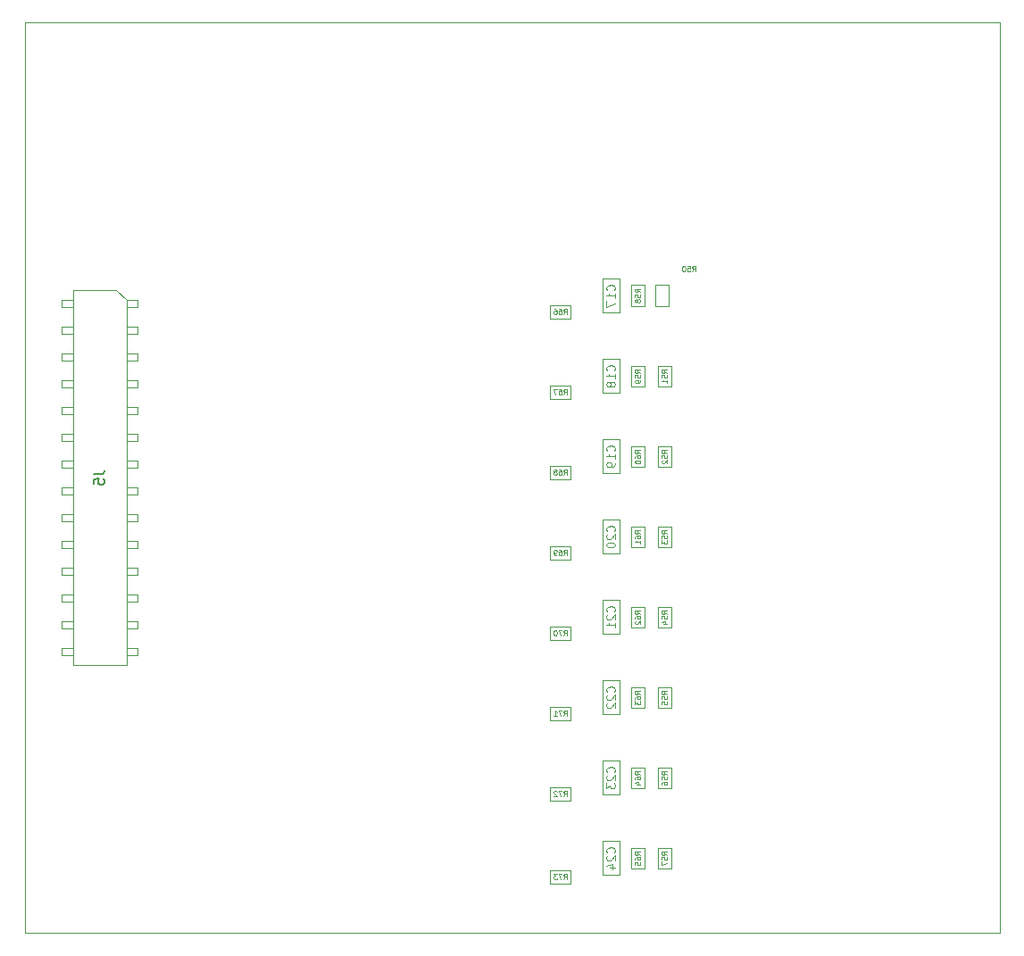
<source format=gbr>
%TF.GenerationSoftware,KiCad,Pcbnew,8.0.0*%
%TF.CreationDate,2024-05-10T19:48:46+02:00*%
%TF.ProjectId,plc_io_module,706c635f-696f-45f6-9d6f-64756c652e6b,1.0.0*%
%TF.SameCoordinates,Original*%
%TF.FileFunction,AssemblyDrawing,Bot*%
%FSLAX46Y46*%
G04 Gerber Fmt 4.6, Leading zero omitted, Abs format (unit mm)*
G04 Created by KiCad (PCBNEW 8.0.0) date 2024-05-10 19:48:46*
%MOMM*%
%LPD*%
G01*
G04 APERTURE LIST*
%ADD10C,0.120000*%
%ADD11C,0.080000*%
%ADD12C,0.150000*%
%ADD13C,0.100000*%
%TA.AperFunction,Profile*%
%ADD14C,0.050000*%
%TD*%
G04 APERTURE END LIST*
D10*
X154973664Y-96513714D02*
X155011760Y-96475618D01*
X155011760Y-96475618D02*
X155049855Y-96361333D01*
X155049855Y-96361333D02*
X155049855Y-96285142D01*
X155049855Y-96285142D02*
X155011760Y-96170856D01*
X155011760Y-96170856D02*
X154935569Y-96094666D01*
X154935569Y-96094666D02*
X154859379Y-96056571D01*
X154859379Y-96056571D02*
X154706998Y-96018475D01*
X154706998Y-96018475D02*
X154592712Y-96018475D01*
X154592712Y-96018475D02*
X154440331Y-96056571D01*
X154440331Y-96056571D02*
X154364140Y-96094666D01*
X154364140Y-96094666D02*
X154287950Y-96170856D01*
X154287950Y-96170856D02*
X154249855Y-96285142D01*
X154249855Y-96285142D02*
X154249855Y-96361333D01*
X154249855Y-96361333D02*
X154287950Y-96475618D01*
X154287950Y-96475618D02*
X154326045Y-96513714D01*
X155049855Y-97275618D02*
X155049855Y-96818475D01*
X155049855Y-97047047D02*
X154249855Y-97047047D01*
X154249855Y-97047047D02*
X154364140Y-96970856D01*
X154364140Y-96970856D02*
X154440331Y-96894666D01*
X154440331Y-96894666D02*
X154478426Y-96818475D01*
X155049855Y-97656571D02*
X155049855Y-97808952D01*
X155049855Y-97808952D02*
X155011760Y-97885142D01*
X155011760Y-97885142D02*
X154973664Y-97923238D01*
X154973664Y-97923238D02*
X154859379Y-97999428D01*
X154859379Y-97999428D02*
X154706998Y-98037523D01*
X154706998Y-98037523D02*
X154402236Y-98037523D01*
X154402236Y-98037523D02*
X154326045Y-97999428D01*
X154326045Y-97999428D02*
X154287950Y-97961333D01*
X154287950Y-97961333D02*
X154249855Y-97885142D01*
X154249855Y-97885142D02*
X154249855Y-97732761D01*
X154249855Y-97732761D02*
X154287950Y-97656571D01*
X154287950Y-97656571D02*
X154326045Y-97618476D01*
X154326045Y-97618476D02*
X154402236Y-97580380D01*
X154402236Y-97580380D02*
X154592712Y-97580380D01*
X154592712Y-97580380D02*
X154668902Y-97618476D01*
X154668902Y-97618476D02*
X154706998Y-97656571D01*
X154706998Y-97656571D02*
X154745093Y-97732761D01*
X154745093Y-97732761D02*
X154745093Y-97885142D01*
X154745093Y-97885142D02*
X154706998Y-97961333D01*
X154706998Y-97961333D02*
X154668902Y-97999428D01*
X154668902Y-97999428D02*
X154592712Y-98037523D01*
D11*
X159993149Y-104365071D02*
X159755054Y-104198405D01*
X159993149Y-104079357D02*
X159493149Y-104079357D01*
X159493149Y-104079357D02*
X159493149Y-104269833D01*
X159493149Y-104269833D02*
X159516959Y-104317452D01*
X159516959Y-104317452D02*
X159540768Y-104341262D01*
X159540768Y-104341262D02*
X159588387Y-104365071D01*
X159588387Y-104365071D02*
X159659816Y-104365071D01*
X159659816Y-104365071D02*
X159707435Y-104341262D01*
X159707435Y-104341262D02*
X159731244Y-104317452D01*
X159731244Y-104317452D02*
X159755054Y-104269833D01*
X159755054Y-104269833D02*
X159755054Y-104079357D01*
X159493149Y-104817452D02*
X159493149Y-104579357D01*
X159493149Y-104579357D02*
X159731244Y-104555548D01*
X159731244Y-104555548D02*
X159707435Y-104579357D01*
X159707435Y-104579357D02*
X159683625Y-104626976D01*
X159683625Y-104626976D02*
X159683625Y-104746024D01*
X159683625Y-104746024D02*
X159707435Y-104793643D01*
X159707435Y-104793643D02*
X159731244Y-104817452D01*
X159731244Y-104817452D02*
X159778863Y-104841262D01*
X159778863Y-104841262D02*
X159897911Y-104841262D01*
X159897911Y-104841262D02*
X159945530Y-104817452D01*
X159945530Y-104817452D02*
X159969340Y-104793643D01*
X159969340Y-104793643D02*
X159993149Y-104746024D01*
X159993149Y-104746024D02*
X159993149Y-104626976D01*
X159993149Y-104626976D02*
X159969340Y-104579357D01*
X159969340Y-104579357D02*
X159945530Y-104555548D01*
X159493149Y-105007928D02*
X159493149Y-105317452D01*
X159493149Y-105317452D02*
X159683625Y-105150785D01*
X159683625Y-105150785D02*
X159683625Y-105222214D01*
X159683625Y-105222214D02*
X159707435Y-105269833D01*
X159707435Y-105269833D02*
X159731244Y-105293642D01*
X159731244Y-105293642D02*
X159778863Y-105317452D01*
X159778863Y-105317452D02*
X159897911Y-105317452D01*
X159897911Y-105317452D02*
X159945530Y-105293642D01*
X159945530Y-105293642D02*
X159969340Y-105269833D01*
X159969340Y-105269833D02*
X159993149Y-105222214D01*
X159993149Y-105222214D02*
X159993149Y-105079357D01*
X159993149Y-105079357D02*
X159969340Y-105031738D01*
X159969340Y-105031738D02*
X159945530Y-105007928D01*
D10*
X154973664Y-88893714D02*
X155011760Y-88855618D01*
X155011760Y-88855618D02*
X155049855Y-88741333D01*
X155049855Y-88741333D02*
X155049855Y-88665142D01*
X155049855Y-88665142D02*
X155011760Y-88550856D01*
X155011760Y-88550856D02*
X154935569Y-88474666D01*
X154935569Y-88474666D02*
X154859379Y-88436571D01*
X154859379Y-88436571D02*
X154706998Y-88398475D01*
X154706998Y-88398475D02*
X154592712Y-88398475D01*
X154592712Y-88398475D02*
X154440331Y-88436571D01*
X154440331Y-88436571D02*
X154364140Y-88474666D01*
X154364140Y-88474666D02*
X154287950Y-88550856D01*
X154287950Y-88550856D02*
X154249855Y-88665142D01*
X154249855Y-88665142D02*
X154249855Y-88741333D01*
X154249855Y-88741333D02*
X154287950Y-88855618D01*
X154287950Y-88855618D02*
X154326045Y-88893714D01*
X155049855Y-89655618D02*
X155049855Y-89198475D01*
X155049855Y-89427047D02*
X154249855Y-89427047D01*
X154249855Y-89427047D02*
X154364140Y-89350856D01*
X154364140Y-89350856D02*
X154440331Y-89274666D01*
X154440331Y-89274666D02*
X154478426Y-89198475D01*
X154592712Y-90112761D02*
X154554617Y-90036571D01*
X154554617Y-90036571D02*
X154516521Y-89998476D01*
X154516521Y-89998476D02*
X154440331Y-89960380D01*
X154440331Y-89960380D02*
X154402236Y-89960380D01*
X154402236Y-89960380D02*
X154326045Y-89998476D01*
X154326045Y-89998476D02*
X154287950Y-90036571D01*
X154287950Y-90036571D02*
X154249855Y-90112761D01*
X154249855Y-90112761D02*
X154249855Y-90265142D01*
X154249855Y-90265142D02*
X154287950Y-90341333D01*
X154287950Y-90341333D02*
X154326045Y-90379428D01*
X154326045Y-90379428D02*
X154402236Y-90417523D01*
X154402236Y-90417523D02*
X154440331Y-90417523D01*
X154440331Y-90417523D02*
X154516521Y-90379428D01*
X154516521Y-90379428D02*
X154554617Y-90341333D01*
X154554617Y-90341333D02*
X154592712Y-90265142D01*
X154592712Y-90265142D02*
X154592712Y-90112761D01*
X154592712Y-90112761D02*
X154630807Y-90036571D01*
X154630807Y-90036571D02*
X154668902Y-89998476D01*
X154668902Y-89998476D02*
X154745093Y-89960380D01*
X154745093Y-89960380D02*
X154897474Y-89960380D01*
X154897474Y-89960380D02*
X154973664Y-89998476D01*
X154973664Y-89998476D02*
X155011760Y-90036571D01*
X155011760Y-90036571D02*
X155049855Y-90112761D01*
X155049855Y-90112761D02*
X155049855Y-90265142D01*
X155049855Y-90265142D02*
X155011760Y-90341333D01*
X155011760Y-90341333D02*
X154973664Y-90379428D01*
X154973664Y-90379428D02*
X154897474Y-90417523D01*
X154897474Y-90417523D02*
X154745093Y-90417523D01*
X154745093Y-90417523D02*
X154668902Y-90379428D01*
X154668902Y-90379428D02*
X154630807Y-90341333D01*
X154630807Y-90341333D02*
X154592712Y-90265142D01*
X154973664Y-134613714D02*
X155011760Y-134575618D01*
X155011760Y-134575618D02*
X155049855Y-134461333D01*
X155049855Y-134461333D02*
X155049855Y-134385142D01*
X155049855Y-134385142D02*
X155011760Y-134270856D01*
X155011760Y-134270856D02*
X154935569Y-134194666D01*
X154935569Y-134194666D02*
X154859379Y-134156571D01*
X154859379Y-134156571D02*
X154706998Y-134118475D01*
X154706998Y-134118475D02*
X154592712Y-134118475D01*
X154592712Y-134118475D02*
X154440331Y-134156571D01*
X154440331Y-134156571D02*
X154364140Y-134194666D01*
X154364140Y-134194666D02*
X154287950Y-134270856D01*
X154287950Y-134270856D02*
X154249855Y-134385142D01*
X154249855Y-134385142D02*
X154249855Y-134461333D01*
X154249855Y-134461333D02*
X154287950Y-134575618D01*
X154287950Y-134575618D02*
X154326045Y-134613714D01*
X154326045Y-134918475D02*
X154287950Y-134956571D01*
X154287950Y-134956571D02*
X154249855Y-135032761D01*
X154249855Y-135032761D02*
X154249855Y-135223237D01*
X154249855Y-135223237D02*
X154287950Y-135299428D01*
X154287950Y-135299428D02*
X154326045Y-135337523D01*
X154326045Y-135337523D02*
X154402236Y-135375618D01*
X154402236Y-135375618D02*
X154478426Y-135375618D01*
X154478426Y-135375618D02*
X154592712Y-135337523D01*
X154592712Y-135337523D02*
X155049855Y-134880380D01*
X155049855Y-134880380D02*
X155049855Y-135375618D01*
X154516521Y-136061333D02*
X155049855Y-136061333D01*
X154211760Y-135870857D02*
X154783188Y-135680380D01*
X154783188Y-135680380D02*
X154783188Y-136175619D01*
D11*
X150181428Y-83539149D02*
X150348094Y-83301054D01*
X150467142Y-83539149D02*
X150467142Y-83039149D01*
X150467142Y-83039149D02*
X150276666Y-83039149D01*
X150276666Y-83039149D02*
X150229047Y-83062959D01*
X150229047Y-83062959D02*
X150205237Y-83086768D01*
X150205237Y-83086768D02*
X150181428Y-83134387D01*
X150181428Y-83134387D02*
X150181428Y-83205816D01*
X150181428Y-83205816D02*
X150205237Y-83253435D01*
X150205237Y-83253435D02*
X150229047Y-83277244D01*
X150229047Y-83277244D02*
X150276666Y-83301054D01*
X150276666Y-83301054D02*
X150467142Y-83301054D01*
X149752856Y-83039149D02*
X149848094Y-83039149D01*
X149848094Y-83039149D02*
X149895713Y-83062959D01*
X149895713Y-83062959D02*
X149919523Y-83086768D01*
X149919523Y-83086768D02*
X149967142Y-83158197D01*
X149967142Y-83158197D02*
X149990951Y-83253435D01*
X149990951Y-83253435D02*
X149990951Y-83443911D01*
X149990951Y-83443911D02*
X149967142Y-83491530D01*
X149967142Y-83491530D02*
X149943332Y-83515340D01*
X149943332Y-83515340D02*
X149895713Y-83539149D01*
X149895713Y-83539149D02*
X149800475Y-83539149D01*
X149800475Y-83539149D02*
X149752856Y-83515340D01*
X149752856Y-83515340D02*
X149729047Y-83491530D01*
X149729047Y-83491530D02*
X149705237Y-83443911D01*
X149705237Y-83443911D02*
X149705237Y-83324863D01*
X149705237Y-83324863D02*
X149729047Y-83277244D01*
X149729047Y-83277244D02*
X149752856Y-83253435D01*
X149752856Y-83253435D02*
X149800475Y-83229625D01*
X149800475Y-83229625D02*
X149895713Y-83229625D01*
X149895713Y-83229625D02*
X149943332Y-83253435D01*
X149943332Y-83253435D02*
X149967142Y-83277244D01*
X149967142Y-83277244D02*
X149990951Y-83324863D01*
X149276666Y-83039149D02*
X149371904Y-83039149D01*
X149371904Y-83039149D02*
X149419523Y-83062959D01*
X149419523Y-83062959D02*
X149443333Y-83086768D01*
X149443333Y-83086768D02*
X149490952Y-83158197D01*
X149490952Y-83158197D02*
X149514761Y-83253435D01*
X149514761Y-83253435D02*
X149514761Y-83443911D01*
X149514761Y-83443911D02*
X149490952Y-83491530D01*
X149490952Y-83491530D02*
X149467142Y-83515340D01*
X149467142Y-83515340D02*
X149419523Y-83539149D01*
X149419523Y-83539149D02*
X149324285Y-83539149D01*
X149324285Y-83539149D02*
X149276666Y-83515340D01*
X149276666Y-83515340D02*
X149252857Y-83491530D01*
X149252857Y-83491530D02*
X149229047Y-83443911D01*
X149229047Y-83443911D02*
X149229047Y-83324863D01*
X149229047Y-83324863D02*
X149252857Y-83277244D01*
X149252857Y-83277244D02*
X149276666Y-83253435D01*
X149276666Y-83253435D02*
X149324285Y-83229625D01*
X149324285Y-83229625D02*
X149419523Y-83229625D01*
X149419523Y-83229625D02*
X149467142Y-83253435D01*
X149467142Y-83253435D02*
X149490952Y-83277244D01*
X149490952Y-83277244D02*
X149514761Y-83324863D01*
X150181428Y-91159149D02*
X150348094Y-90921054D01*
X150467142Y-91159149D02*
X150467142Y-90659149D01*
X150467142Y-90659149D02*
X150276666Y-90659149D01*
X150276666Y-90659149D02*
X150229047Y-90682959D01*
X150229047Y-90682959D02*
X150205237Y-90706768D01*
X150205237Y-90706768D02*
X150181428Y-90754387D01*
X150181428Y-90754387D02*
X150181428Y-90825816D01*
X150181428Y-90825816D02*
X150205237Y-90873435D01*
X150205237Y-90873435D02*
X150229047Y-90897244D01*
X150229047Y-90897244D02*
X150276666Y-90921054D01*
X150276666Y-90921054D02*
X150467142Y-90921054D01*
X149752856Y-90659149D02*
X149848094Y-90659149D01*
X149848094Y-90659149D02*
X149895713Y-90682959D01*
X149895713Y-90682959D02*
X149919523Y-90706768D01*
X149919523Y-90706768D02*
X149967142Y-90778197D01*
X149967142Y-90778197D02*
X149990951Y-90873435D01*
X149990951Y-90873435D02*
X149990951Y-91063911D01*
X149990951Y-91063911D02*
X149967142Y-91111530D01*
X149967142Y-91111530D02*
X149943332Y-91135340D01*
X149943332Y-91135340D02*
X149895713Y-91159149D01*
X149895713Y-91159149D02*
X149800475Y-91159149D01*
X149800475Y-91159149D02*
X149752856Y-91135340D01*
X149752856Y-91135340D02*
X149729047Y-91111530D01*
X149729047Y-91111530D02*
X149705237Y-91063911D01*
X149705237Y-91063911D02*
X149705237Y-90944863D01*
X149705237Y-90944863D02*
X149729047Y-90897244D01*
X149729047Y-90897244D02*
X149752856Y-90873435D01*
X149752856Y-90873435D02*
X149800475Y-90849625D01*
X149800475Y-90849625D02*
X149895713Y-90849625D01*
X149895713Y-90849625D02*
X149943332Y-90873435D01*
X149943332Y-90873435D02*
X149967142Y-90897244D01*
X149967142Y-90897244D02*
X149990951Y-90944863D01*
X149538571Y-90659149D02*
X149205238Y-90659149D01*
X149205238Y-90659149D02*
X149419523Y-91159149D01*
X157453149Y-111985071D02*
X157215054Y-111818405D01*
X157453149Y-111699357D02*
X156953149Y-111699357D01*
X156953149Y-111699357D02*
X156953149Y-111889833D01*
X156953149Y-111889833D02*
X156976959Y-111937452D01*
X156976959Y-111937452D02*
X157000768Y-111961262D01*
X157000768Y-111961262D02*
X157048387Y-111985071D01*
X157048387Y-111985071D02*
X157119816Y-111985071D01*
X157119816Y-111985071D02*
X157167435Y-111961262D01*
X157167435Y-111961262D02*
X157191244Y-111937452D01*
X157191244Y-111937452D02*
X157215054Y-111889833D01*
X157215054Y-111889833D02*
X157215054Y-111699357D01*
X156953149Y-112413643D02*
X156953149Y-112318405D01*
X156953149Y-112318405D02*
X156976959Y-112270786D01*
X156976959Y-112270786D02*
X157000768Y-112246976D01*
X157000768Y-112246976D02*
X157072197Y-112199357D01*
X157072197Y-112199357D02*
X157167435Y-112175548D01*
X157167435Y-112175548D02*
X157357911Y-112175548D01*
X157357911Y-112175548D02*
X157405530Y-112199357D01*
X157405530Y-112199357D02*
X157429340Y-112223167D01*
X157429340Y-112223167D02*
X157453149Y-112270786D01*
X157453149Y-112270786D02*
X157453149Y-112366024D01*
X157453149Y-112366024D02*
X157429340Y-112413643D01*
X157429340Y-112413643D02*
X157405530Y-112437452D01*
X157405530Y-112437452D02*
X157357911Y-112461262D01*
X157357911Y-112461262D02*
X157238863Y-112461262D01*
X157238863Y-112461262D02*
X157191244Y-112437452D01*
X157191244Y-112437452D02*
X157167435Y-112413643D01*
X157167435Y-112413643D02*
X157143625Y-112366024D01*
X157143625Y-112366024D02*
X157143625Y-112270786D01*
X157143625Y-112270786D02*
X157167435Y-112223167D01*
X157167435Y-112223167D02*
X157191244Y-112199357D01*
X157191244Y-112199357D02*
X157238863Y-112175548D01*
X157000768Y-112651738D02*
X156976959Y-112675547D01*
X156976959Y-112675547D02*
X156953149Y-112723166D01*
X156953149Y-112723166D02*
X156953149Y-112842214D01*
X156953149Y-112842214D02*
X156976959Y-112889833D01*
X156976959Y-112889833D02*
X157000768Y-112913642D01*
X157000768Y-112913642D02*
X157048387Y-112937452D01*
X157048387Y-112937452D02*
X157096006Y-112937452D01*
X157096006Y-112937452D02*
X157167435Y-112913642D01*
X157167435Y-112913642D02*
X157453149Y-112627928D01*
X157453149Y-112627928D02*
X157453149Y-112937452D01*
D12*
X105626819Y-98726666D02*
X106341104Y-98726666D01*
X106341104Y-98726666D02*
X106483961Y-98679047D01*
X106483961Y-98679047D02*
X106579200Y-98583809D01*
X106579200Y-98583809D02*
X106626819Y-98440952D01*
X106626819Y-98440952D02*
X106626819Y-98345714D01*
X105626819Y-99679047D02*
X105626819Y-99202857D01*
X105626819Y-99202857D02*
X106103009Y-99155238D01*
X106103009Y-99155238D02*
X106055390Y-99202857D01*
X106055390Y-99202857D02*
X106007771Y-99298095D01*
X106007771Y-99298095D02*
X106007771Y-99536190D01*
X106007771Y-99536190D02*
X106055390Y-99631428D01*
X106055390Y-99631428D02*
X106103009Y-99679047D01*
X106103009Y-99679047D02*
X106198247Y-99726666D01*
X106198247Y-99726666D02*
X106436342Y-99726666D01*
X106436342Y-99726666D02*
X106531580Y-99679047D01*
X106531580Y-99679047D02*
X106579200Y-99631428D01*
X106579200Y-99631428D02*
X106626819Y-99536190D01*
X106626819Y-99536190D02*
X106626819Y-99298095D01*
X106626819Y-99298095D02*
X106579200Y-99202857D01*
X106579200Y-99202857D02*
X106531580Y-99155238D01*
D11*
X150181428Y-137133149D02*
X150348094Y-136895054D01*
X150467142Y-137133149D02*
X150467142Y-136633149D01*
X150467142Y-136633149D02*
X150276666Y-136633149D01*
X150276666Y-136633149D02*
X150229047Y-136656959D01*
X150229047Y-136656959D02*
X150205237Y-136680768D01*
X150205237Y-136680768D02*
X150181428Y-136728387D01*
X150181428Y-136728387D02*
X150181428Y-136799816D01*
X150181428Y-136799816D02*
X150205237Y-136847435D01*
X150205237Y-136847435D02*
X150229047Y-136871244D01*
X150229047Y-136871244D02*
X150276666Y-136895054D01*
X150276666Y-136895054D02*
X150467142Y-136895054D01*
X150014761Y-136633149D02*
X149681428Y-136633149D01*
X149681428Y-136633149D02*
X149895713Y-137133149D01*
X149538571Y-136633149D02*
X149229047Y-136633149D01*
X149229047Y-136633149D02*
X149395714Y-136823625D01*
X149395714Y-136823625D02*
X149324285Y-136823625D01*
X149324285Y-136823625D02*
X149276666Y-136847435D01*
X149276666Y-136847435D02*
X149252857Y-136871244D01*
X149252857Y-136871244D02*
X149229047Y-136918863D01*
X149229047Y-136918863D02*
X149229047Y-137037911D01*
X149229047Y-137037911D02*
X149252857Y-137085530D01*
X149252857Y-137085530D02*
X149276666Y-137109340D01*
X149276666Y-137109340D02*
X149324285Y-137133149D01*
X149324285Y-137133149D02*
X149467142Y-137133149D01*
X149467142Y-137133149D02*
X149514761Y-137109340D01*
X149514761Y-137109340D02*
X149538571Y-137085530D01*
X159993149Y-89125071D02*
X159755054Y-88958405D01*
X159993149Y-88839357D02*
X159493149Y-88839357D01*
X159493149Y-88839357D02*
X159493149Y-89029833D01*
X159493149Y-89029833D02*
X159516959Y-89077452D01*
X159516959Y-89077452D02*
X159540768Y-89101262D01*
X159540768Y-89101262D02*
X159588387Y-89125071D01*
X159588387Y-89125071D02*
X159659816Y-89125071D01*
X159659816Y-89125071D02*
X159707435Y-89101262D01*
X159707435Y-89101262D02*
X159731244Y-89077452D01*
X159731244Y-89077452D02*
X159755054Y-89029833D01*
X159755054Y-89029833D02*
X159755054Y-88839357D01*
X159493149Y-89577452D02*
X159493149Y-89339357D01*
X159493149Y-89339357D02*
X159731244Y-89315548D01*
X159731244Y-89315548D02*
X159707435Y-89339357D01*
X159707435Y-89339357D02*
X159683625Y-89386976D01*
X159683625Y-89386976D02*
X159683625Y-89506024D01*
X159683625Y-89506024D02*
X159707435Y-89553643D01*
X159707435Y-89553643D02*
X159731244Y-89577452D01*
X159731244Y-89577452D02*
X159778863Y-89601262D01*
X159778863Y-89601262D02*
X159897911Y-89601262D01*
X159897911Y-89601262D02*
X159945530Y-89577452D01*
X159945530Y-89577452D02*
X159969340Y-89553643D01*
X159969340Y-89553643D02*
X159993149Y-89506024D01*
X159993149Y-89506024D02*
X159993149Y-89386976D01*
X159993149Y-89386976D02*
X159969340Y-89339357D01*
X159969340Y-89339357D02*
X159945530Y-89315548D01*
X159993149Y-90077452D02*
X159993149Y-89791738D01*
X159993149Y-89934595D02*
X159493149Y-89934595D01*
X159493149Y-89934595D02*
X159564578Y-89886976D01*
X159564578Y-89886976D02*
X159612197Y-89839357D01*
X159612197Y-89839357D02*
X159636006Y-89791738D01*
D10*
X154973664Y-111753714D02*
X155011760Y-111715618D01*
X155011760Y-111715618D02*
X155049855Y-111601333D01*
X155049855Y-111601333D02*
X155049855Y-111525142D01*
X155049855Y-111525142D02*
X155011760Y-111410856D01*
X155011760Y-111410856D02*
X154935569Y-111334666D01*
X154935569Y-111334666D02*
X154859379Y-111296571D01*
X154859379Y-111296571D02*
X154706998Y-111258475D01*
X154706998Y-111258475D02*
X154592712Y-111258475D01*
X154592712Y-111258475D02*
X154440331Y-111296571D01*
X154440331Y-111296571D02*
X154364140Y-111334666D01*
X154364140Y-111334666D02*
X154287950Y-111410856D01*
X154287950Y-111410856D02*
X154249855Y-111525142D01*
X154249855Y-111525142D02*
X154249855Y-111601333D01*
X154249855Y-111601333D02*
X154287950Y-111715618D01*
X154287950Y-111715618D02*
X154326045Y-111753714D01*
X154326045Y-112058475D02*
X154287950Y-112096571D01*
X154287950Y-112096571D02*
X154249855Y-112172761D01*
X154249855Y-112172761D02*
X154249855Y-112363237D01*
X154249855Y-112363237D02*
X154287950Y-112439428D01*
X154287950Y-112439428D02*
X154326045Y-112477523D01*
X154326045Y-112477523D02*
X154402236Y-112515618D01*
X154402236Y-112515618D02*
X154478426Y-112515618D01*
X154478426Y-112515618D02*
X154592712Y-112477523D01*
X154592712Y-112477523D02*
X155049855Y-112020380D01*
X155049855Y-112020380D02*
X155049855Y-112515618D01*
X155049855Y-113277523D02*
X155049855Y-112820380D01*
X155049855Y-113048952D02*
X154249855Y-113048952D01*
X154249855Y-113048952D02*
X154364140Y-112972761D01*
X154364140Y-112972761D02*
X154440331Y-112896571D01*
X154440331Y-112896571D02*
X154478426Y-112820380D01*
D11*
X157453149Y-96745071D02*
X157215054Y-96578405D01*
X157453149Y-96459357D02*
X156953149Y-96459357D01*
X156953149Y-96459357D02*
X156953149Y-96649833D01*
X156953149Y-96649833D02*
X156976959Y-96697452D01*
X156976959Y-96697452D02*
X157000768Y-96721262D01*
X157000768Y-96721262D02*
X157048387Y-96745071D01*
X157048387Y-96745071D02*
X157119816Y-96745071D01*
X157119816Y-96745071D02*
X157167435Y-96721262D01*
X157167435Y-96721262D02*
X157191244Y-96697452D01*
X157191244Y-96697452D02*
X157215054Y-96649833D01*
X157215054Y-96649833D02*
X157215054Y-96459357D01*
X156953149Y-97173643D02*
X156953149Y-97078405D01*
X156953149Y-97078405D02*
X156976959Y-97030786D01*
X156976959Y-97030786D02*
X157000768Y-97006976D01*
X157000768Y-97006976D02*
X157072197Y-96959357D01*
X157072197Y-96959357D02*
X157167435Y-96935548D01*
X157167435Y-96935548D02*
X157357911Y-96935548D01*
X157357911Y-96935548D02*
X157405530Y-96959357D01*
X157405530Y-96959357D02*
X157429340Y-96983167D01*
X157429340Y-96983167D02*
X157453149Y-97030786D01*
X157453149Y-97030786D02*
X157453149Y-97126024D01*
X157453149Y-97126024D02*
X157429340Y-97173643D01*
X157429340Y-97173643D02*
X157405530Y-97197452D01*
X157405530Y-97197452D02*
X157357911Y-97221262D01*
X157357911Y-97221262D02*
X157238863Y-97221262D01*
X157238863Y-97221262D02*
X157191244Y-97197452D01*
X157191244Y-97197452D02*
X157167435Y-97173643D01*
X157167435Y-97173643D02*
X157143625Y-97126024D01*
X157143625Y-97126024D02*
X157143625Y-97030786D01*
X157143625Y-97030786D02*
X157167435Y-96983167D01*
X157167435Y-96983167D02*
X157191244Y-96959357D01*
X157191244Y-96959357D02*
X157238863Y-96935548D01*
X156953149Y-97530785D02*
X156953149Y-97578404D01*
X156953149Y-97578404D02*
X156976959Y-97626023D01*
X156976959Y-97626023D02*
X157000768Y-97649833D01*
X157000768Y-97649833D02*
X157048387Y-97673642D01*
X157048387Y-97673642D02*
X157143625Y-97697452D01*
X157143625Y-97697452D02*
X157262673Y-97697452D01*
X157262673Y-97697452D02*
X157357911Y-97673642D01*
X157357911Y-97673642D02*
X157405530Y-97649833D01*
X157405530Y-97649833D02*
X157429340Y-97626023D01*
X157429340Y-97626023D02*
X157453149Y-97578404D01*
X157453149Y-97578404D02*
X157453149Y-97530785D01*
X157453149Y-97530785D02*
X157429340Y-97483166D01*
X157429340Y-97483166D02*
X157405530Y-97459357D01*
X157405530Y-97459357D02*
X157357911Y-97435547D01*
X157357911Y-97435547D02*
X157262673Y-97411738D01*
X157262673Y-97411738D02*
X157143625Y-97411738D01*
X157143625Y-97411738D02*
X157048387Y-97435547D01*
X157048387Y-97435547D02*
X157000768Y-97459357D01*
X157000768Y-97459357D02*
X156976959Y-97483166D01*
X156976959Y-97483166D02*
X156953149Y-97530785D01*
X150181428Y-129259149D02*
X150348094Y-129021054D01*
X150467142Y-129259149D02*
X150467142Y-128759149D01*
X150467142Y-128759149D02*
X150276666Y-128759149D01*
X150276666Y-128759149D02*
X150229047Y-128782959D01*
X150229047Y-128782959D02*
X150205237Y-128806768D01*
X150205237Y-128806768D02*
X150181428Y-128854387D01*
X150181428Y-128854387D02*
X150181428Y-128925816D01*
X150181428Y-128925816D02*
X150205237Y-128973435D01*
X150205237Y-128973435D02*
X150229047Y-128997244D01*
X150229047Y-128997244D02*
X150276666Y-129021054D01*
X150276666Y-129021054D02*
X150467142Y-129021054D01*
X150014761Y-128759149D02*
X149681428Y-128759149D01*
X149681428Y-128759149D02*
X149895713Y-129259149D01*
X149514761Y-128806768D02*
X149490952Y-128782959D01*
X149490952Y-128782959D02*
X149443333Y-128759149D01*
X149443333Y-128759149D02*
X149324285Y-128759149D01*
X149324285Y-128759149D02*
X149276666Y-128782959D01*
X149276666Y-128782959D02*
X149252857Y-128806768D01*
X149252857Y-128806768D02*
X149229047Y-128854387D01*
X149229047Y-128854387D02*
X149229047Y-128902006D01*
X149229047Y-128902006D02*
X149252857Y-128973435D01*
X149252857Y-128973435D02*
X149538571Y-129259149D01*
X149538571Y-129259149D02*
X149229047Y-129259149D01*
D10*
X154973664Y-119373714D02*
X155011760Y-119335618D01*
X155011760Y-119335618D02*
X155049855Y-119221333D01*
X155049855Y-119221333D02*
X155049855Y-119145142D01*
X155049855Y-119145142D02*
X155011760Y-119030856D01*
X155011760Y-119030856D02*
X154935569Y-118954666D01*
X154935569Y-118954666D02*
X154859379Y-118916571D01*
X154859379Y-118916571D02*
X154706998Y-118878475D01*
X154706998Y-118878475D02*
X154592712Y-118878475D01*
X154592712Y-118878475D02*
X154440331Y-118916571D01*
X154440331Y-118916571D02*
X154364140Y-118954666D01*
X154364140Y-118954666D02*
X154287950Y-119030856D01*
X154287950Y-119030856D02*
X154249855Y-119145142D01*
X154249855Y-119145142D02*
X154249855Y-119221333D01*
X154249855Y-119221333D02*
X154287950Y-119335618D01*
X154287950Y-119335618D02*
X154326045Y-119373714D01*
X154326045Y-119678475D02*
X154287950Y-119716571D01*
X154287950Y-119716571D02*
X154249855Y-119792761D01*
X154249855Y-119792761D02*
X154249855Y-119983237D01*
X154249855Y-119983237D02*
X154287950Y-120059428D01*
X154287950Y-120059428D02*
X154326045Y-120097523D01*
X154326045Y-120097523D02*
X154402236Y-120135618D01*
X154402236Y-120135618D02*
X154478426Y-120135618D01*
X154478426Y-120135618D02*
X154592712Y-120097523D01*
X154592712Y-120097523D02*
X155049855Y-119640380D01*
X155049855Y-119640380D02*
X155049855Y-120135618D01*
X154326045Y-120440380D02*
X154287950Y-120478476D01*
X154287950Y-120478476D02*
X154249855Y-120554666D01*
X154249855Y-120554666D02*
X154249855Y-120745142D01*
X154249855Y-120745142D02*
X154287950Y-120821333D01*
X154287950Y-120821333D02*
X154326045Y-120859428D01*
X154326045Y-120859428D02*
X154402236Y-120897523D01*
X154402236Y-120897523D02*
X154478426Y-120897523D01*
X154478426Y-120897523D02*
X154592712Y-120859428D01*
X154592712Y-120859428D02*
X155049855Y-120402285D01*
X155049855Y-120402285D02*
X155049855Y-120897523D01*
D11*
X162373428Y-79475149D02*
X162540094Y-79237054D01*
X162659142Y-79475149D02*
X162659142Y-78975149D01*
X162659142Y-78975149D02*
X162468666Y-78975149D01*
X162468666Y-78975149D02*
X162421047Y-78998959D01*
X162421047Y-78998959D02*
X162397237Y-79022768D01*
X162397237Y-79022768D02*
X162373428Y-79070387D01*
X162373428Y-79070387D02*
X162373428Y-79141816D01*
X162373428Y-79141816D02*
X162397237Y-79189435D01*
X162397237Y-79189435D02*
X162421047Y-79213244D01*
X162421047Y-79213244D02*
X162468666Y-79237054D01*
X162468666Y-79237054D02*
X162659142Y-79237054D01*
X161921047Y-78975149D02*
X162159142Y-78975149D01*
X162159142Y-78975149D02*
X162182951Y-79213244D01*
X162182951Y-79213244D02*
X162159142Y-79189435D01*
X162159142Y-79189435D02*
X162111523Y-79165625D01*
X162111523Y-79165625D02*
X161992475Y-79165625D01*
X161992475Y-79165625D02*
X161944856Y-79189435D01*
X161944856Y-79189435D02*
X161921047Y-79213244D01*
X161921047Y-79213244D02*
X161897237Y-79260863D01*
X161897237Y-79260863D02*
X161897237Y-79379911D01*
X161897237Y-79379911D02*
X161921047Y-79427530D01*
X161921047Y-79427530D02*
X161944856Y-79451340D01*
X161944856Y-79451340D02*
X161992475Y-79475149D01*
X161992475Y-79475149D02*
X162111523Y-79475149D01*
X162111523Y-79475149D02*
X162159142Y-79451340D01*
X162159142Y-79451340D02*
X162182951Y-79427530D01*
X161587714Y-78975149D02*
X161540095Y-78975149D01*
X161540095Y-78975149D02*
X161492476Y-78998959D01*
X161492476Y-78998959D02*
X161468666Y-79022768D01*
X161468666Y-79022768D02*
X161444857Y-79070387D01*
X161444857Y-79070387D02*
X161421047Y-79165625D01*
X161421047Y-79165625D02*
X161421047Y-79284673D01*
X161421047Y-79284673D02*
X161444857Y-79379911D01*
X161444857Y-79379911D02*
X161468666Y-79427530D01*
X161468666Y-79427530D02*
X161492476Y-79451340D01*
X161492476Y-79451340D02*
X161540095Y-79475149D01*
X161540095Y-79475149D02*
X161587714Y-79475149D01*
X161587714Y-79475149D02*
X161635333Y-79451340D01*
X161635333Y-79451340D02*
X161659142Y-79427530D01*
X161659142Y-79427530D02*
X161682952Y-79379911D01*
X161682952Y-79379911D02*
X161706761Y-79284673D01*
X161706761Y-79284673D02*
X161706761Y-79165625D01*
X161706761Y-79165625D02*
X161682952Y-79070387D01*
X161682952Y-79070387D02*
X161659142Y-79022768D01*
X161659142Y-79022768D02*
X161635333Y-78998959D01*
X161635333Y-78998959D02*
X161587714Y-78975149D01*
X159993149Y-96745071D02*
X159755054Y-96578405D01*
X159993149Y-96459357D02*
X159493149Y-96459357D01*
X159493149Y-96459357D02*
X159493149Y-96649833D01*
X159493149Y-96649833D02*
X159516959Y-96697452D01*
X159516959Y-96697452D02*
X159540768Y-96721262D01*
X159540768Y-96721262D02*
X159588387Y-96745071D01*
X159588387Y-96745071D02*
X159659816Y-96745071D01*
X159659816Y-96745071D02*
X159707435Y-96721262D01*
X159707435Y-96721262D02*
X159731244Y-96697452D01*
X159731244Y-96697452D02*
X159755054Y-96649833D01*
X159755054Y-96649833D02*
X159755054Y-96459357D01*
X159493149Y-97197452D02*
X159493149Y-96959357D01*
X159493149Y-96959357D02*
X159731244Y-96935548D01*
X159731244Y-96935548D02*
X159707435Y-96959357D01*
X159707435Y-96959357D02*
X159683625Y-97006976D01*
X159683625Y-97006976D02*
X159683625Y-97126024D01*
X159683625Y-97126024D02*
X159707435Y-97173643D01*
X159707435Y-97173643D02*
X159731244Y-97197452D01*
X159731244Y-97197452D02*
X159778863Y-97221262D01*
X159778863Y-97221262D02*
X159897911Y-97221262D01*
X159897911Y-97221262D02*
X159945530Y-97197452D01*
X159945530Y-97197452D02*
X159969340Y-97173643D01*
X159969340Y-97173643D02*
X159993149Y-97126024D01*
X159993149Y-97126024D02*
X159993149Y-97006976D01*
X159993149Y-97006976D02*
X159969340Y-96959357D01*
X159969340Y-96959357D02*
X159945530Y-96935548D01*
X159540768Y-97411738D02*
X159516959Y-97435547D01*
X159516959Y-97435547D02*
X159493149Y-97483166D01*
X159493149Y-97483166D02*
X159493149Y-97602214D01*
X159493149Y-97602214D02*
X159516959Y-97649833D01*
X159516959Y-97649833D02*
X159540768Y-97673642D01*
X159540768Y-97673642D02*
X159588387Y-97697452D01*
X159588387Y-97697452D02*
X159636006Y-97697452D01*
X159636006Y-97697452D02*
X159707435Y-97673642D01*
X159707435Y-97673642D02*
X159993149Y-97387928D01*
X159993149Y-97387928D02*
X159993149Y-97697452D01*
X159993149Y-111985071D02*
X159755054Y-111818405D01*
X159993149Y-111699357D02*
X159493149Y-111699357D01*
X159493149Y-111699357D02*
X159493149Y-111889833D01*
X159493149Y-111889833D02*
X159516959Y-111937452D01*
X159516959Y-111937452D02*
X159540768Y-111961262D01*
X159540768Y-111961262D02*
X159588387Y-111985071D01*
X159588387Y-111985071D02*
X159659816Y-111985071D01*
X159659816Y-111985071D02*
X159707435Y-111961262D01*
X159707435Y-111961262D02*
X159731244Y-111937452D01*
X159731244Y-111937452D02*
X159755054Y-111889833D01*
X159755054Y-111889833D02*
X159755054Y-111699357D01*
X159493149Y-112437452D02*
X159493149Y-112199357D01*
X159493149Y-112199357D02*
X159731244Y-112175548D01*
X159731244Y-112175548D02*
X159707435Y-112199357D01*
X159707435Y-112199357D02*
X159683625Y-112246976D01*
X159683625Y-112246976D02*
X159683625Y-112366024D01*
X159683625Y-112366024D02*
X159707435Y-112413643D01*
X159707435Y-112413643D02*
X159731244Y-112437452D01*
X159731244Y-112437452D02*
X159778863Y-112461262D01*
X159778863Y-112461262D02*
X159897911Y-112461262D01*
X159897911Y-112461262D02*
X159945530Y-112437452D01*
X159945530Y-112437452D02*
X159969340Y-112413643D01*
X159969340Y-112413643D02*
X159993149Y-112366024D01*
X159993149Y-112366024D02*
X159993149Y-112246976D01*
X159993149Y-112246976D02*
X159969340Y-112199357D01*
X159969340Y-112199357D02*
X159945530Y-112175548D01*
X159659816Y-112889833D02*
X159993149Y-112889833D01*
X159469340Y-112770785D02*
X159826482Y-112651738D01*
X159826482Y-112651738D02*
X159826482Y-112961261D01*
X159993149Y-119605071D02*
X159755054Y-119438405D01*
X159993149Y-119319357D02*
X159493149Y-119319357D01*
X159493149Y-119319357D02*
X159493149Y-119509833D01*
X159493149Y-119509833D02*
X159516959Y-119557452D01*
X159516959Y-119557452D02*
X159540768Y-119581262D01*
X159540768Y-119581262D02*
X159588387Y-119605071D01*
X159588387Y-119605071D02*
X159659816Y-119605071D01*
X159659816Y-119605071D02*
X159707435Y-119581262D01*
X159707435Y-119581262D02*
X159731244Y-119557452D01*
X159731244Y-119557452D02*
X159755054Y-119509833D01*
X159755054Y-119509833D02*
X159755054Y-119319357D01*
X159493149Y-120057452D02*
X159493149Y-119819357D01*
X159493149Y-119819357D02*
X159731244Y-119795548D01*
X159731244Y-119795548D02*
X159707435Y-119819357D01*
X159707435Y-119819357D02*
X159683625Y-119866976D01*
X159683625Y-119866976D02*
X159683625Y-119986024D01*
X159683625Y-119986024D02*
X159707435Y-120033643D01*
X159707435Y-120033643D02*
X159731244Y-120057452D01*
X159731244Y-120057452D02*
X159778863Y-120081262D01*
X159778863Y-120081262D02*
X159897911Y-120081262D01*
X159897911Y-120081262D02*
X159945530Y-120057452D01*
X159945530Y-120057452D02*
X159969340Y-120033643D01*
X159969340Y-120033643D02*
X159993149Y-119986024D01*
X159993149Y-119986024D02*
X159993149Y-119866976D01*
X159993149Y-119866976D02*
X159969340Y-119819357D01*
X159969340Y-119819357D02*
X159945530Y-119795548D01*
X159493149Y-120533642D02*
X159493149Y-120295547D01*
X159493149Y-120295547D02*
X159731244Y-120271738D01*
X159731244Y-120271738D02*
X159707435Y-120295547D01*
X159707435Y-120295547D02*
X159683625Y-120343166D01*
X159683625Y-120343166D02*
X159683625Y-120462214D01*
X159683625Y-120462214D02*
X159707435Y-120509833D01*
X159707435Y-120509833D02*
X159731244Y-120533642D01*
X159731244Y-120533642D02*
X159778863Y-120557452D01*
X159778863Y-120557452D02*
X159897911Y-120557452D01*
X159897911Y-120557452D02*
X159945530Y-120533642D01*
X159945530Y-120533642D02*
X159969340Y-120509833D01*
X159969340Y-120509833D02*
X159993149Y-120462214D01*
X159993149Y-120462214D02*
X159993149Y-120343166D01*
X159993149Y-120343166D02*
X159969340Y-120295547D01*
X159969340Y-120295547D02*
X159945530Y-120271738D01*
X150181428Y-98779149D02*
X150348094Y-98541054D01*
X150467142Y-98779149D02*
X150467142Y-98279149D01*
X150467142Y-98279149D02*
X150276666Y-98279149D01*
X150276666Y-98279149D02*
X150229047Y-98302959D01*
X150229047Y-98302959D02*
X150205237Y-98326768D01*
X150205237Y-98326768D02*
X150181428Y-98374387D01*
X150181428Y-98374387D02*
X150181428Y-98445816D01*
X150181428Y-98445816D02*
X150205237Y-98493435D01*
X150205237Y-98493435D02*
X150229047Y-98517244D01*
X150229047Y-98517244D02*
X150276666Y-98541054D01*
X150276666Y-98541054D02*
X150467142Y-98541054D01*
X149752856Y-98279149D02*
X149848094Y-98279149D01*
X149848094Y-98279149D02*
X149895713Y-98302959D01*
X149895713Y-98302959D02*
X149919523Y-98326768D01*
X149919523Y-98326768D02*
X149967142Y-98398197D01*
X149967142Y-98398197D02*
X149990951Y-98493435D01*
X149990951Y-98493435D02*
X149990951Y-98683911D01*
X149990951Y-98683911D02*
X149967142Y-98731530D01*
X149967142Y-98731530D02*
X149943332Y-98755340D01*
X149943332Y-98755340D02*
X149895713Y-98779149D01*
X149895713Y-98779149D02*
X149800475Y-98779149D01*
X149800475Y-98779149D02*
X149752856Y-98755340D01*
X149752856Y-98755340D02*
X149729047Y-98731530D01*
X149729047Y-98731530D02*
X149705237Y-98683911D01*
X149705237Y-98683911D02*
X149705237Y-98564863D01*
X149705237Y-98564863D02*
X149729047Y-98517244D01*
X149729047Y-98517244D02*
X149752856Y-98493435D01*
X149752856Y-98493435D02*
X149800475Y-98469625D01*
X149800475Y-98469625D02*
X149895713Y-98469625D01*
X149895713Y-98469625D02*
X149943332Y-98493435D01*
X149943332Y-98493435D02*
X149967142Y-98517244D01*
X149967142Y-98517244D02*
X149990951Y-98564863D01*
X149419523Y-98493435D02*
X149467142Y-98469625D01*
X149467142Y-98469625D02*
X149490952Y-98445816D01*
X149490952Y-98445816D02*
X149514761Y-98398197D01*
X149514761Y-98398197D02*
X149514761Y-98374387D01*
X149514761Y-98374387D02*
X149490952Y-98326768D01*
X149490952Y-98326768D02*
X149467142Y-98302959D01*
X149467142Y-98302959D02*
X149419523Y-98279149D01*
X149419523Y-98279149D02*
X149324285Y-98279149D01*
X149324285Y-98279149D02*
X149276666Y-98302959D01*
X149276666Y-98302959D02*
X149252857Y-98326768D01*
X149252857Y-98326768D02*
X149229047Y-98374387D01*
X149229047Y-98374387D02*
X149229047Y-98398197D01*
X149229047Y-98398197D02*
X149252857Y-98445816D01*
X149252857Y-98445816D02*
X149276666Y-98469625D01*
X149276666Y-98469625D02*
X149324285Y-98493435D01*
X149324285Y-98493435D02*
X149419523Y-98493435D01*
X149419523Y-98493435D02*
X149467142Y-98517244D01*
X149467142Y-98517244D02*
X149490952Y-98541054D01*
X149490952Y-98541054D02*
X149514761Y-98588673D01*
X149514761Y-98588673D02*
X149514761Y-98683911D01*
X149514761Y-98683911D02*
X149490952Y-98731530D01*
X149490952Y-98731530D02*
X149467142Y-98755340D01*
X149467142Y-98755340D02*
X149419523Y-98779149D01*
X149419523Y-98779149D02*
X149324285Y-98779149D01*
X149324285Y-98779149D02*
X149276666Y-98755340D01*
X149276666Y-98755340D02*
X149252857Y-98731530D01*
X149252857Y-98731530D02*
X149229047Y-98683911D01*
X149229047Y-98683911D02*
X149229047Y-98588673D01*
X149229047Y-98588673D02*
X149252857Y-98541054D01*
X149252857Y-98541054D02*
X149276666Y-98517244D01*
X149276666Y-98517244D02*
X149324285Y-98493435D01*
X157453149Y-119605071D02*
X157215054Y-119438405D01*
X157453149Y-119319357D02*
X156953149Y-119319357D01*
X156953149Y-119319357D02*
X156953149Y-119509833D01*
X156953149Y-119509833D02*
X156976959Y-119557452D01*
X156976959Y-119557452D02*
X157000768Y-119581262D01*
X157000768Y-119581262D02*
X157048387Y-119605071D01*
X157048387Y-119605071D02*
X157119816Y-119605071D01*
X157119816Y-119605071D02*
X157167435Y-119581262D01*
X157167435Y-119581262D02*
X157191244Y-119557452D01*
X157191244Y-119557452D02*
X157215054Y-119509833D01*
X157215054Y-119509833D02*
X157215054Y-119319357D01*
X156953149Y-120033643D02*
X156953149Y-119938405D01*
X156953149Y-119938405D02*
X156976959Y-119890786D01*
X156976959Y-119890786D02*
X157000768Y-119866976D01*
X157000768Y-119866976D02*
X157072197Y-119819357D01*
X157072197Y-119819357D02*
X157167435Y-119795548D01*
X157167435Y-119795548D02*
X157357911Y-119795548D01*
X157357911Y-119795548D02*
X157405530Y-119819357D01*
X157405530Y-119819357D02*
X157429340Y-119843167D01*
X157429340Y-119843167D02*
X157453149Y-119890786D01*
X157453149Y-119890786D02*
X157453149Y-119986024D01*
X157453149Y-119986024D02*
X157429340Y-120033643D01*
X157429340Y-120033643D02*
X157405530Y-120057452D01*
X157405530Y-120057452D02*
X157357911Y-120081262D01*
X157357911Y-120081262D02*
X157238863Y-120081262D01*
X157238863Y-120081262D02*
X157191244Y-120057452D01*
X157191244Y-120057452D02*
X157167435Y-120033643D01*
X157167435Y-120033643D02*
X157143625Y-119986024D01*
X157143625Y-119986024D02*
X157143625Y-119890786D01*
X157143625Y-119890786D02*
X157167435Y-119843167D01*
X157167435Y-119843167D02*
X157191244Y-119819357D01*
X157191244Y-119819357D02*
X157238863Y-119795548D01*
X156953149Y-120247928D02*
X156953149Y-120557452D01*
X156953149Y-120557452D02*
X157143625Y-120390785D01*
X157143625Y-120390785D02*
X157143625Y-120462214D01*
X157143625Y-120462214D02*
X157167435Y-120509833D01*
X157167435Y-120509833D02*
X157191244Y-120533642D01*
X157191244Y-120533642D02*
X157238863Y-120557452D01*
X157238863Y-120557452D02*
X157357911Y-120557452D01*
X157357911Y-120557452D02*
X157405530Y-120533642D01*
X157405530Y-120533642D02*
X157429340Y-120509833D01*
X157429340Y-120509833D02*
X157453149Y-120462214D01*
X157453149Y-120462214D02*
X157453149Y-120319357D01*
X157453149Y-120319357D02*
X157429340Y-120271738D01*
X157429340Y-120271738D02*
X157405530Y-120247928D01*
D10*
X154973664Y-126993714D02*
X155011760Y-126955618D01*
X155011760Y-126955618D02*
X155049855Y-126841333D01*
X155049855Y-126841333D02*
X155049855Y-126765142D01*
X155049855Y-126765142D02*
X155011760Y-126650856D01*
X155011760Y-126650856D02*
X154935569Y-126574666D01*
X154935569Y-126574666D02*
X154859379Y-126536571D01*
X154859379Y-126536571D02*
X154706998Y-126498475D01*
X154706998Y-126498475D02*
X154592712Y-126498475D01*
X154592712Y-126498475D02*
X154440331Y-126536571D01*
X154440331Y-126536571D02*
X154364140Y-126574666D01*
X154364140Y-126574666D02*
X154287950Y-126650856D01*
X154287950Y-126650856D02*
X154249855Y-126765142D01*
X154249855Y-126765142D02*
X154249855Y-126841333D01*
X154249855Y-126841333D02*
X154287950Y-126955618D01*
X154287950Y-126955618D02*
X154326045Y-126993714D01*
X154326045Y-127298475D02*
X154287950Y-127336571D01*
X154287950Y-127336571D02*
X154249855Y-127412761D01*
X154249855Y-127412761D02*
X154249855Y-127603237D01*
X154249855Y-127603237D02*
X154287950Y-127679428D01*
X154287950Y-127679428D02*
X154326045Y-127717523D01*
X154326045Y-127717523D02*
X154402236Y-127755618D01*
X154402236Y-127755618D02*
X154478426Y-127755618D01*
X154478426Y-127755618D02*
X154592712Y-127717523D01*
X154592712Y-127717523D02*
X155049855Y-127260380D01*
X155049855Y-127260380D02*
X155049855Y-127755618D01*
X154249855Y-128022285D02*
X154249855Y-128517523D01*
X154249855Y-128517523D02*
X154554617Y-128250857D01*
X154554617Y-128250857D02*
X154554617Y-128365142D01*
X154554617Y-128365142D02*
X154592712Y-128441333D01*
X154592712Y-128441333D02*
X154630807Y-128479428D01*
X154630807Y-128479428D02*
X154706998Y-128517523D01*
X154706998Y-128517523D02*
X154897474Y-128517523D01*
X154897474Y-128517523D02*
X154973664Y-128479428D01*
X154973664Y-128479428D02*
X155011760Y-128441333D01*
X155011760Y-128441333D02*
X155049855Y-128365142D01*
X155049855Y-128365142D02*
X155049855Y-128136571D01*
X155049855Y-128136571D02*
X155011760Y-128060380D01*
X155011760Y-128060380D02*
X154973664Y-128022285D01*
D11*
X157453149Y-127225071D02*
X157215054Y-127058405D01*
X157453149Y-126939357D02*
X156953149Y-126939357D01*
X156953149Y-126939357D02*
X156953149Y-127129833D01*
X156953149Y-127129833D02*
X156976959Y-127177452D01*
X156976959Y-127177452D02*
X157000768Y-127201262D01*
X157000768Y-127201262D02*
X157048387Y-127225071D01*
X157048387Y-127225071D02*
X157119816Y-127225071D01*
X157119816Y-127225071D02*
X157167435Y-127201262D01*
X157167435Y-127201262D02*
X157191244Y-127177452D01*
X157191244Y-127177452D02*
X157215054Y-127129833D01*
X157215054Y-127129833D02*
X157215054Y-126939357D01*
X156953149Y-127653643D02*
X156953149Y-127558405D01*
X156953149Y-127558405D02*
X156976959Y-127510786D01*
X156976959Y-127510786D02*
X157000768Y-127486976D01*
X157000768Y-127486976D02*
X157072197Y-127439357D01*
X157072197Y-127439357D02*
X157167435Y-127415548D01*
X157167435Y-127415548D02*
X157357911Y-127415548D01*
X157357911Y-127415548D02*
X157405530Y-127439357D01*
X157405530Y-127439357D02*
X157429340Y-127463167D01*
X157429340Y-127463167D02*
X157453149Y-127510786D01*
X157453149Y-127510786D02*
X157453149Y-127606024D01*
X157453149Y-127606024D02*
X157429340Y-127653643D01*
X157429340Y-127653643D02*
X157405530Y-127677452D01*
X157405530Y-127677452D02*
X157357911Y-127701262D01*
X157357911Y-127701262D02*
X157238863Y-127701262D01*
X157238863Y-127701262D02*
X157191244Y-127677452D01*
X157191244Y-127677452D02*
X157167435Y-127653643D01*
X157167435Y-127653643D02*
X157143625Y-127606024D01*
X157143625Y-127606024D02*
X157143625Y-127510786D01*
X157143625Y-127510786D02*
X157167435Y-127463167D01*
X157167435Y-127463167D02*
X157191244Y-127439357D01*
X157191244Y-127439357D02*
X157238863Y-127415548D01*
X157119816Y-128129833D02*
X157453149Y-128129833D01*
X156929340Y-128010785D02*
X157286482Y-127891738D01*
X157286482Y-127891738D02*
X157286482Y-128201261D01*
X150181428Y-114019149D02*
X150348094Y-113781054D01*
X150467142Y-114019149D02*
X150467142Y-113519149D01*
X150467142Y-113519149D02*
X150276666Y-113519149D01*
X150276666Y-113519149D02*
X150229047Y-113542959D01*
X150229047Y-113542959D02*
X150205237Y-113566768D01*
X150205237Y-113566768D02*
X150181428Y-113614387D01*
X150181428Y-113614387D02*
X150181428Y-113685816D01*
X150181428Y-113685816D02*
X150205237Y-113733435D01*
X150205237Y-113733435D02*
X150229047Y-113757244D01*
X150229047Y-113757244D02*
X150276666Y-113781054D01*
X150276666Y-113781054D02*
X150467142Y-113781054D01*
X150014761Y-113519149D02*
X149681428Y-113519149D01*
X149681428Y-113519149D02*
X149895713Y-114019149D01*
X149395714Y-113519149D02*
X149348095Y-113519149D01*
X149348095Y-113519149D02*
X149300476Y-113542959D01*
X149300476Y-113542959D02*
X149276666Y-113566768D01*
X149276666Y-113566768D02*
X149252857Y-113614387D01*
X149252857Y-113614387D02*
X149229047Y-113709625D01*
X149229047Y-113709625D02*
X149229047Y-113828673D01*
X149229047Y-113828673D02*
X149252857Y-113923911D01*
X149252857Y-113923911D02*
X149276666Y-113971530D01*
X149276666Y-113971530D02*
X149300476Y-113995340D01*
X149300476Y-113995340D02*
X149348095Y-114019149D01*
X149348095Y-114019149D02*
X149395714Y-114019149D01*
X149395714Y-114019149D02*
X149443333Y-113995340D01*
X149443333Y-113995340D02*
X149467142Y-113971530D01*
X149467142Y-113971530D02*
X149490952Y-113923911D01*
X149490952Y-113923911D02*
X149514761Y-113828673D01*
X149514761Y-113828673D02*
X149514761Y-113709625D01*
X149514761Y-113709625D02*
X149490952Y-113614387D01*
X149490952Y-113614387D02*
X149467142Y-113566768D01*
X149467142Y-113566768D02*
X149443333Y-113542959D01*
X149443333Y-113542959D02*
X149395714Y-113519149D01*
X159993149Y-134845071D02*
X159755054Y-134678405D01*
X159993149Y-134559357D02*
X159493149Y-134559357D01*
X159493149Y-134559357D02*
X159493149Y-134749833D01*
X159493149Y-134749833D02*
X159516959Y-134797452D01*
X159516959Y-134797452D02*
X159540768Y-134821262D01*
X159540768Y-134821262D02*
X159588387Y-134845071D01*
X159588387Y-134845071D02*
X159659816Y-134845071D01*
X159659816Y-134845071D02*
X159707435Y-134821262D01*
X159707435Y-134821262D02*
X159731244Y-134797452D01*
X159731244Y-134797452D02*
X159755054Y-134749833D01*
X159755054Y-134749833D02*
X159755054Y-134559357D01*
X159493149Y-135297452D02*
X159493149Y-135059357D01*
X159493149Y-135059357D02*
X159731244Y-135035548D01*
X159731244Y-135035548D02*
X159707435Y-135059357D01*
X159707435Y-135059357D02*
X159683625Y-135106976D01*
X159683625Y-135106976D02*
X159683625Y-135226024D01*
X159683625Y-135226024D02*
X159707435Y-135273643D01*
X159707435Y-135273643D02*
X159731244Y-135297452D01*
X159731244Y-135297452D02*
X159778863Y-135321262D01*
X159778863Y-135321262D02*
X159897911Y-135321262D01*
X159897911Y-135321262D02*
X159945530Y-135297452D01*
X159945530Y-135297452D02*
X159969340Y-135273643D01*
X159969340Y-135273643D02*
X159993149Y-135226024D01*
X159993149Y-135226024D02*
X159993149Y-135106976D01*
X159993149Y-135106976D02*
X159969340Y-135059357D01*
X159969340Y-135059357D02*
X159945530Y-135035548D01*
X159493149Y-135487928D02*
X159493149Y-135821261D01*
X159493149Y-135821261D02*
X159993149Y-135606976D01*
X150181428Y-106399149D02*
X150348094Y-106161054D01*
X150467142Y-106399149D02*
X150467142Y-105899149D01*
X150467142Y-105899149D02*
X150276666Y-105899149D01*
X150276666Y-105899149D02*
X150229047Y-105922959D01*
X150229047Y-105922959D02*
X150205237Y-105946768D01*
X150205237Y-105946768D02*
X150181428Y-105994387D01*
X150181428Y-105994387D02*
X150181428Y-106065816D01*
X150181428Y-106065816D02*
X150205237Y-106113435D01*
X150205237Y-106113435D02*
X150229047Y-106137244D01*
X150229047Y-106137244D02*
X150276666Y-106161054D01*
X150276666Y-106161054D02*
X150467142Y-106161054D01*
X149752856Y-105899149D02*
X149848094Y-105899149D01*
X149848094Y-105899149D02*
X149895713Y-105922959D01*
X149895713Y-105922959D02*
X149919523Y-105946768D01*
X149919523Y-105946768D02*
X149967142Y-106018197D01*
X149967142Y-106018197D02*
X149990951Y-106113435D01*
X149990951Y-106113435D02*
X149990951Y-106303911D01*
X149990951Y-106303911D02*
X149967142Y-106351530D01*
X149967142Y-106351530D02*
X149943332Y-106375340D01*
X149943332Y-106375340D02*
X149895713Y-106399149D01*
X149895713Y-106399149D02*
X149800475Y-106399149D01*
X149800475Y-106399149D02*
X149752856Y-106375340D01*
X149752856Y-106375340D02*
X149729047Y-106351530D01*
X149729047Y-106351530D02*
X149705237Y-106303911D01*
X149705237Y-106303911D02*
X149705237Y-106184863D01*
X149705237Y-106184863D02*
X149729047Y-106137244D01*
X149729047Y-106137244D02*
X149752856Y-106113435D01*
X149752856Y-106113435D02*
X149800475Y-106089625D01*
X149800475Y-106089625D02*
X149895713Y-106089625D01*
X149895713Y-106089625D02*
X149943332Y-106113435D01*
X149943332Y-106113435D02*
X149967142Y-106137244D01*
X149967142Y-106137244D02*
X149990951Y-106184863D01*
X149467142Y-106399149D02*
X149371904Y-106399149D01*
X149371904Y-106399149D02*
X149324285Y-106375340D01*
X149324285Y-106375340D02*
X149300476Y-106351530D01*
X149300476Y-106351530D02*
X149252857Y-106280101D01*
X149252857Y-106280101D02*
X149229047Y-106184863D01*
X149229047Y-106184863D02*
X149229047Y-105994387D01*
X149229047Y-105994387D02*
X149252857Y-105946768D01*
X149252857Y-105946768D02*
X149276666Y-105922959D01*
X149276666Y-105922959D02*
X149324285Y-105899149D01*
X149324285Y-105899149D02*
X149419523Y-105899149D01*
X149419523Y-105899149D02*
X149467142Y-105922959D01*
X149467142Y-105922959D02*
X149490952Y-105946768D01*
X149490952Y-105946768D02*
X149514761Y-105994387D01*
X149514761Y-105994387D02*
X149514761Y-106113435D01*
X149514761Y-106113435D02*
X149490952Y-106161054D01*
X149490952Y-106161054D02*
X149467142Y-106184863D01*
X149467142Y-106184863D02*
X149419523Y-106208673D01*
X149419523Y-106208673D02*
X149324285Y-106208673D01*
X149324285Y-106208673D02*
X149276666Y-106184863D01*
X149276666Y-106184863D02*
X149252857Y-106161054D01*
X149252857Y-106161054D02*
X149229047Y-106113435D01*
X157453149Y-81466571D02*
X157215054Y-81299905D01*
X157453149Y-81180857D02*
X156953149Y-81180857D01*
X156953149Y-81180857D02*
X156953149Y-81371333D01*
X156953149Y-81371333D02*
X156976959Y-81418952D01*
X156976959Y-81418952D02*
X157000768Y-81442762D01*
X157000768Y-81442762D02*
X157048387Y-81466571D01*
X157048387Y-81466571D02*
X157119816Y-81466571D01*
X157119816Y-81466571D02*
X157167435Y-81442762D01*
X157167435Y-81442762D02*
X157191244Y-81418952D01*
X157191244Y-81418952D02*
X157215054Y-81371333D01*
X157215054Y-81371333D02*
X157215054Y-81180857D01*
X156953149Y-81918952D02*
X156953149Y-81680857D01*
X156953149Y-81680857D02*
X157191244Y-81657048D01*
X157191244Y-81657048D02*
X157167435Y-81680857D01*
X157167435Y-81680857D02*
X157143625Y-81728476D01*
X157143625Y-81728476D02*
X157143625Y-81847524D01*
X157143625Y-81847524D02*
X157167435Y-81895143D01*
X157167435Y-81895143D02*
X157191244Y-81918952D01*
X157191244Y-81918952D02*
X157238863Y-81942762D01*
X157238863Y-81942762D02*
X157357911Y-81942762D01*
X157357911Y-81942762D02*
X157405530Y-81918952D01*
X157405530Y-81918952D02*
X157429340Y-81895143D01*
X157429340Y-81895143D02*
X157453149Y-81847524D01*
X157453149Y-81847524D02*
X157453149Y-81728476D01*
X157453149Y-81728476D02*
X157429340Y-81680857D01*
X157429340Y-81680857D02*
X157405530Y-81657048D01*
X157167435Y-82228476D02*
X157143625Y-82180857D01*
X157143625Y-82180857D02*
X157119816Y-82157047D01*
X157119816Y-82157047D02*
X157072197Y-82133238D01*
X157072197Y-82133238D02*
X157048387Y-82133238D01*
X157048387Y-82133238D02*
X157000768Y-82157047D01*
X157000768Y-82157047D02*
X156976959Y-82180857D01*
X156976959Y-82180857D02*
X156953149Y-82228476D01*
X156953149Y-82228476D02*
X156953149Y-82323714D01*
X156953149Y-82323714D02*
X156976959Y-82371333D01*
X156976959Y-82371333D02*
X157000768Y-82395142D01*
X157000768Y-82395142D02*
X157048387Y-82418952D01*
X157048387Y-82418952D02*
X157072197Y-82418952D01*
X157072197Y-82418952D02*
X157119816Y-82395142D01*
X157119816Y-82395142D02*
X157143625Y-82371333D01*
X157143625Y-82371333D02*
X157167435Y-82323714D01*
X157167435Y-82323714D02*
X157167435Y-82228476D01*
X157167435Y-82228476D02*
X157191244Y-82180857D01*
X157191244Y-82180857D02*
X157215054Y-82157047D01*
X157215054Y-82157047D02*
X157262673Y-82133238D01*
X157262673Y-82133238D02*
X157357911Y-82133238D01*
X157357911Y-82133238D02*
X157405530Y-82157047D01*
X157405530Y-82157047D02*
X157429340Y-82180857D01*
X157429340Y-82180857D02*
X157453149Y-82228476D01*
X157453149Y-82228476D02*
X157453149Y-82323714D01*
X157453149Y-82323714D02*
X157429340Y-82371333D01*
X157429340Y-82371333D02*
X157405530Y-82395142D01*
X157405530Y-82395142D02*
X157357911Y-82418952D01*
X157357911Y-82418952D02*
X157262673Y-82418952D01*
X157262673Y-82418952D02*
X157215054Y-82395142D01*
X157215054Y-82395142D02*
X157191244Y-82371333D01*
X157191244Y-82371333D02*
X157167435Y-82323714D01*
X157453149Y-134845071D02*
X157215054Y-134678405D01*
X157453149Y-134559357D02*
X156953149Y-134559357D01*
X156953149Y-134559357D02*
X156953149Y-134749833D01*
X156953149Y-134749833D02*
X156976959Y-134797452D01*
X156976959Y-134797452D02*
X157000768Y-134821262D01*
X157000768Y-134821262D02*
X157048387Y-134845071D01*
X157048387Y-134845071D02*
X157119816Y-134845071D01*
X157119816Y-134845071D02*
X157167435Y-134821262D01*
X157167435Y-134821262D02*
X157191244Y-134797452D01*
X157191244Y-134797452D02*
X157215054Y-134749833D01*
X157215054Y-134749833D02*
X157215054Y-134559357D01*
X156953149Y-135273643D02*
X156953149Y-135178405D01*
X156953149Y-135178405D02*
X156976959Y-135130786D01*
X156976959Y-135130786D02*
X157000768Y-135106976D01*
X157000768Y-135106976D02*
X157072197Y-135059357D01*
X157072197Y-135059357D02*
X157167435Y-135035548D01*
X157167435Y-135035548D02*
X157357911Y-135035548D01*
X157357911Y-135035548D02*
X157405530Y-135059357D01*
X157405530Y-135059357D02*
X157429340Y-135083167D01*
X157429340Y-135083167D02*
X157453149Y-135130786D01*
X157453149Y-135130786D02*
X157453149Y-135226024D01*
X157453149Y-135226024D02*
X157429340Y-135273643D01*
X157429340Y-135273643D02*
X157405530Y-135297452D01*
X157405530Y-135297452D02*
X157357911Y-135321262D01*
X157357911Y-135321262D02*
X157238863Y-135321262D01*
X157238863Y-135321262D02*
X157191244Y-135297452D01*
X157191244Y-135297452D02*
X157167435Y-135273643D01*
X157167435Y-135273643D02*
X157143625Y-135226024D01*
X157143625Y-135226024D02*
X157143625Y-135130786D01*
X157143625Y-135130786D02*
X157167435Y-135083167D01*
X157167435Y-135083167D02*
X157191244Y-135059357D01*
X157191244Y-135059357D02*
X157238863Y-135035548D01*
X156953149Y-135773642D02*
X156953149Y-135535547D01*
X156953149Y-135535547D02*
X157191244Y-135511738D01*
X157191244Y-135511738D02*
X157167435Y-135535547D01*
X157167435Y-135535547D02*
X157143625Y-135583166D01*
X157143625Y-135583166D02*
X157143625Y-135702214D01*
X157143625Y-135702214D02*
X157167435Y-135749833D01*
X157167435Y-135749833D02*
X157191244Y-135773642D01*
X157191244Y-135773642D02*
X157238863Y-135797452D01*
X157238863Y-135797452D02*
X157357911Y-135797452D01*
X157357911Y-135797452D02*
X157405530Y-135773642D01*
X157405530Y-135773642D02*
X157429340Y-135749833D01*
X157429340Y-135749833D02*
X157453149Y-135702214D01*
X157453149Y-135702214D02*
X157453149Y-135583166D01*
X157453149Y-135583166D02*
X157429340Y-135535547D01*
X157429340Y-135535547D02*
X157405530Y-135511738D01*
X157453149Y-89125071D02*
X157215054Y-88958405D01*
X157453149Y-88839357D02*
X156953149Y-88839357D01*
X156953149Y-88839357D02*
X156953149Y-89029833D01*
X156953149Y-89029833D02*
X156976959Y-89077452D01*
X156976959Y-89077452D02*
X157000768Y-89101262D01*
X157000768Y-89101262D02*
X157048387Y-89125071D01*
X157048387Y-89125071D02*
X157119816Y-89125071D01*
X157119816Y-89125071D02*
X157167435Y-89101262D01*
X157167435Y-89101262D02*
X157191244Y-89077452D01*
X157191244Y-89077452D02*
X157215054Y-89029833D01*
X157215054Y-89029833D02*
X157215054Y-88839357D01*
X156953149Y-89577452D02*
X156953149Y-89339357D01*
X156953149Y-89339357D02*
X157191244Y-89315548D01*
X157191244Y-89315548D02*
X157167435Y-89339357D01*
X157167435Y-89339357D02*
X157143625Y-89386976D01*
X157143625Y-89386976D02*
X157143625Y-89506024D01*
X157143625Y-89506024D02*
X157167435Y-89553643D01*
X157167435Y-89553643D02*
X157191244Y-89577452D01*
X157191244Y-89577452D02*
X157238863Y-89601262D01*
X157238863Y-89601262D02*
X157357911Y-89601262D01*
X157357911Y-89601262D02*
X157405530Y-89577452D01*
X157405530Y-89577452D02*
X157429340Y-89553643D01*
X157429340Y-89553643D02*
X157453149Y-89506024D01*
X157453149Y-89506024D02*
X157453149Y-89386976D01*
X157453149Y-89386976D02*
X157429340Y-89339357D01*
X157429340Y-89339357D02*
X157405530Y-89315548D01*
X157453149Y-89839357D02*
X157453149Y-89934595D01*
X157453149Y-89934595D02*
X157429340Y-89982214D01*
X157429340Y-89982214D02*
X157405530Y-90006023D01*
X157405530Y-90006023D02*
X157334101Y-90053642D01*
X157334101Y-90053642D02*
X157238863Y-90077452D01*
X157238863Y-90077452D02*
X157048387Y-90077452D01*
X157048387Y-90077452D02*
X157000768Y-90053642D01*
X157000768Y-90053642D02*
X156976959Y-90029833D01*
X156976959Y-90029833D02*
X156953149Y-89982214D01*
X156953149Y-89982214D02*
X156953149Y-89886976D01*
X156953149Y-89886976D02*
X156976959Y-89839357D01*
X156976959Y-89839357D02*
X157000768Y-89815547D01*
X157000768Y-89815547D02*
X157048387Y-89791738D01*
X157048387Y-89791738D02*
X157167435Y-89791738D01*
X157167435Y-89791738D02*
X157215054Y-89815547D01*
X157215054Y-89815547D02*
X157238863Y-89839357D01*
X157238863Y-89839357D02*
X157262673Y-89886976D01*
X157262673Y-89886976D02*
X157262673Y-89982214D01*
X157262673Y-89982214D02*
X157238863Y-90029833D01*
X157238863Y-90029833D02*
X157215054Y-90053642D01*
X157215054Y-90053642D02*
X157167435Y-90077452D01*
X159993149Y-127225071D02*
X159755054Y-127058405D01*
X159993149Y-126939357D02*
X159493149Y-126939357D01*
X159493149Y-126939357D02*
X159493149Y-127129833D01*
X159493149Y-127129833D02*
X159516959Y-127177452D01*
X159516959Y-127177452D02*
X159540768Y-127201262D01*
X159540768Y-127201262D02*
X159588387Y-127225071D01*
X159588387Y-127225071D02*
X159659816Y-127225071D01*
X159659816Y-127225071D02*
X159707435Y-127201262D01*
X159707435Y-127201262D02*
X159731244Y-127177452D01*
X159731244Y-127177452D02*
X159755054Y-127129833D01*
X159755054Y-127129833D02*
X159755054Y-126939357D01*
X159493149Y-127677452D02*
X159493149Y-127439357D01*
X159493149Y-127439357D02*
X159731244Y-127415548D01*
X159731244Y-127415548D02*
X159707435Y-127439357D01*
X159707435Y-127439357D02*
X159683625Y-127486976D01*
X159683625Y-127486976D02*
X159683625Y-127606024D01*
X159683625Y-127606024D02*
X159707435Y-127653643D01*
X159707435Y-127653643D02*
X159731244Y-127677452D01*
X159731244Y-127677452D02*
X159778863Y-127701262D01*
X159778863Y-127701262D02*
X159897911Y-127701262D01*
X159897911Y-127701262D02*
X159945530Y-127677452D01*
X159945530Y-127677452D02*
X159969340Y-127653643D01*
X159969340Y-127653643D02*
X159993149Y-127606024D01*
X159993149Y-127606024D02*
X159993149Y-127486976D01*
X159993149Y-127486976D02*
X159969340Y-127439357D01*
X159969340Y-127439357D02*
X159945530Y-127415548D01*
X159493149Y-128129833D02*
X159493149Y-128034595D01*
X159493149Y-128034595D02*
X159516959Y-127986976D01*
X159516959Y-127986976D02*
X159540768Y-127963166D01*
X159540768Y-127963166D02*
X159612197Y-127915547D01*
X159612197Y-127915547D02*
X159707435Y-127891738D01*
X159707435Y-127891738D02*
X159897911Y-127891738D01*
X159897911Y-127891738D02*
X159945530Y-127915547D01*
X159945530Y-127915547D02*
X159969340Y-127939357D01*
X159969340Y-127939357D02*
X159993149Y-127986976D01*
X159993149Y-127986976D02*
X159993149Y-128082214D01*
X159993149Y-128082214D02*
X159969340Y-128129833D01*
X159969340Y-128129833D02*
X159945530Y-128153642D01*
X159945530Y-128153642D02*
X159897911Y-128177452D01*
X159897911Y-128177452D02*
X159778863Y-128177452D01*
X159778863Y-128177452D02*
X159731244Y-128153642D01*
X159731244Y-128153642D02*
X159707435Y-128129833D01*
X159707435Y-128129833D02*
X159683625Y-128082214D01*
X159683625Y-128082214D02*
X159683625Y-127986976D01*
X159683625Y-127986976D02*
X159707435Y-127939357D01*
X159707435Y-127939357D02*
X159731244Y-127915547D01*
X159731244Y-127915547D02*
X159778863Y-127891738D01*
X157453149Y-104365071D02*
X157215054Y-104198405D01*
X157453149Y-104079357D02*
X156953149Y-104079357D01*
X156953149Y-104079357D02*
X156953149Y-104269833D01*
X156953149Y-104269833D02*
X156976959Y-104317452D01*
X156976959Y-104317452D02*
X157000768Y-104341262D01*
X157000768Y-104341262D02*
X157048387Y-104365071D01*
X157048387Y-104365071D02*
X157119816Y-104365071D01*
X157119816Y-104365071D02*
X157167435Y-104341262D01*
X157167435Y-104341262D02*
X157191244Y-104317452D01*
X157191244Y-104317452D02*
X157215054Y-104269833D01*
X157215054Y-104269833D02*
X157215054Y-104079357D01*
X156953149Y-104793643D02*
X156953149Y-104698405D01*
X156953149Y-104698405D02*
X156976959Y-104650786D01*
X156976959Y-104650786D02*
X157000768Y-104626976D01*
X157000768Y-104626976D02*
X157072197Y-104579357D01*
X157072197Y-104579357D02*
X157167435Y-104555548D01*
X157167435Y-104555548D02*
X157357911Y-104555548D01*
X157357911Y-104555548D02*
X157405530Y-104579357D01*
X157405530Y-104579357D02*
X157429340Y-104603167D01*
X157429340Y-104603167D02*
X157453149Y-104650786D01*
X157453149Y-104650786D02*
X157453149Y-104746024D01*
X157453149Y-104746024D02*
X157429340Y-104793643D01*
X157429340Y-104793643D02*
X157405530Y-104817452D01*
X157405530Y-104817452D02*
X157357911Y-104841262D01*
X157357911Y-104841262D02*
X157238863Y-104841262D01*
X157238863Y-104841262D02*
X157191244Y-104817452D01*
X157191244Y-104817452D02*
X157167435Y-104793643D01*
X157167435Y-104793643D02*
X157143625Y-104746024D01*
X157143625Y-104746024D02*
X157143625Y-104650786D01*
X157143625Y-104650786D02*
X157167435Y-104603167D01*
X157167435Y-104603167D02*
X157191244Y-104579357D01*
X157191244Y-104579357D02*
X157238863Y-104555548D01*
X157453149Y-105317452D02*
X157453149Y-105031738D01*
X157453149Y-105174595D02*
X156953149Y-105174595D01*
X156953149Y-105174595D02*
X157024578Y-105126976D01*
X157024578Y-105126976D02*
X157072197Y-105079357D01*
X157072197Y-105079357D02*
X157096006Y-105031738D01*
X150181428Y-121639149D02*
X150348094Y-121401054D01*
X150467142Y-121639149D02*
X150467142Y-121139149D01*
X150467142Y-121139149D02*
X150276666Y-121139149D01*
X150276666Y-121139149D02*
X150229047Y-121162959D01*
X150229047Y-121162959D02*
X150205237Y-121186768D01*
X150205237Y-121186768D02*
X150181428Y-121234387D01*
X150181428Y-121234387D02*
X150181428Y-121305816D01*
X150181428Y-121305816D02*
X150205237Y-121353435D01*
X150205237Y-121353435D02*
X150229047Y-121377244D01*
X150229047Y-121377244D02*
X150276666Y-121401054D01*
X150276666Y-121401054D02*
X150467142Y-121401054D01*
X150014761Y-121139149D02*
X149681428Y-121139149D01*
X149681428Y-121139149D02*
X149895713Y-121639149D01*
X149229047Y-121639149D02*
X149514761Y-121639149D01*
X149371904Y-121639149D02*
X149371904Y-121139149D01*
X149371904Y-121139149D02*
X149419523Y-121210578D01*
X149419523Y-121210578D02*
X149467142Y-121258197D01*
X149467142Y-121258197D02*
X149514761Y-121282006D01*
D10*
X154973664Y-81273714D02*
X155011760Y-81235618D01*
X155011760Y-81235618D02*
X155049855Y-81121333D01*
X155049855Y-81121333D02*
X155049855Y-81045142D01*
X155049855Y-81045142D02*
X155011760Y-80930856D01*
X155011760Y-80930856D02*
X154935569Y-80854666D01*
X154935569Y-80854666D02*
X154859379Y-80816571D01*
X154859379Y-80816571D02*
X154706998Y-80778475D01*
X154706998Y-80778475D02*
X154592712Y-80778475D01*
X154592712Y-80778475D02*
X154440331Y-80816571D01*
X154440331Y-80816571D02*
X154364140Y-80854666D01*
X154364140Y-80854666D02*
X154287950Y-80930856D01*
X154287950Y-80930856D02*
X154249855Y-81045142D01*
X154249855Y-81045142D02*
X154249855Y-81121333D01*
X154249855Y-81121333D02*
X154287950Y-81235618D01*
X154287950Y-81235618D02*
X154326045Y-81273714D01*
X155049855Y-82035618D02*
X155049855Y-81578475D01*
X155049855Y-81807047D02*
X154249855Y-81807047D01*
X154249855Y-81807047D02*
X154364140Y-81730856D01*
X154364140Y-81730856D02*
X154440331Y-81654666D01*
X154440331Y-81654666D02*
X154478426Y-81578475D01*
X154249855Y-82302285D02*
X154249855Y-82835619D01*
X154249855Y-82835619D02*
X155049855Y-82492761D01*
X154973664Y-104133714D02*
X155011760Y-104095618D01*
X155011760Y-104095618D02*
X155049855Y-103981333D01*
X155049855Y-103981333D02*
X155049855Y-103905142D01*
X155049855Y-103905142D02*
X155011760Y-103790856D01*
X155011760Y-103790856D02*
X154935569Y-103714666D01*
X154935569Y-103714666D02*
X154859379Y-103676571D01*
X154859379Y-103676571D02*
X154706998Y-103638475D01*
X154706998Y-103638475D02*
X154592712Y-103638475D01*
X154592712Y-103638475D02*
X154440331Y-103676571D01*
X154440331Y-103676571D02*
X154364140Y-103714666D01*
X154364140Y-103714666D02*
X154287950Y-103790856D01*
X154287950Y-103790856D02*
X154249855Y-103905142D01*
X154249855Y-103905142D02*
X154249855Y-103981333D01*
X154249855Y-103981333D02*
X154287950Y-104095618D01*
X154287950Y-104095618D02*
X154326045Y-104133714D01*
X154326045Y-104438475D02*
X154287950Y-104476571D01*
X154287950Y-104476571D02*
X154249855Y-104552761D01*
X154249855Y-104552761D02*
X154249855Y-104743237D01*
X154249855Y-104743237D02*
X154287950Y-104819428D01*
X154287950Y-104819428D02*
X154326045Y-104857523D01*
X154326045Y-104857523D02*
X154402236Y-104895618D01*
X154402236Y-104895618D02*
X154478426Y-104895618D01*
X154478426Y-104895618D02*
X154592712Y-104857523D01*
X154592712Y-104857523D02*
X155049855Y-104400380D01*
X155049855Y-104400380D02*
X155049855Y-104895618D01*
X154249855Y-105390857D02*
X154249855Y-105467047D01*
X154249855Y-105467047D02*
X154287950Y-105543238D01*
X154287950Y-105543238D02*
X154326045Y-105581333D01*
X154326045Y-105581333D02*
X154402236Y-105619428D01*
X154402236Y-105619428D02*
X154554617Y-105657523D01*
X154554617Y-105657523D02*
X154745093Y-105657523D01*
X154745093Y-105657523D02*
X154897474Y-105619428D01*
X154897474Y-105619428D02*
X154973664Y-105581333D01*
X154973664Y-105581333D02*
X155011760Y-105543238D01*
X155011760Y-105543238D02*
X155049855Y-105467047D01*
X155049855Y-105467047D02*
X155049855Y-105390857D01*
X155049855Y-105390857D02*
X155011760Y-105314666D01*
X155011760Y-105314666D02*
X154973664Y-105276571D01*
X154973664Y-105276571D02*
X154897474Y-105238476D01*
X154897474Y-105238476D02*
X154745093Y-105200380D01*
X154745093Y-105200380D02*
X154554617Y-105200380D01*
X154554617Y-105200380D02*
X154402236Y-105238476D01*
X154402236Y-105238476D02*
X154326045Y-105276571D01*
X154326045Y-105276571D02*
X154287950Y-105314666D01*
X154287950Y-105314666D02*
X154249855Y-105390857D01*
D13*
%TO.C,C19*%
X153886000Y-95428000D02*
X155486000Y-95428000D01*
X153886000Y-98628000D02*
X153886000Y-95428000D01*
X155486000Y-95428000D02*
X155486000Y-98628000D01*
X155486000Y-98628000D02*
X153886000Y-98628000D01*
%TO.C,R53*%
X159141000Y-103686500D02*
X160391000Y-103686500D01*
X159141000Y-105686500D02*
X159141000Y-103686500D01*
X160391000Y-103686500D02*
X160391000Y-105686500D01*
X160391000Y-105686500D02*
X159141000Y-105686500D01*
%TO.C,C18*%
X153886000Y-87808000D02*
X155486000Y-87808000D01*
X153886000Y-91008000D02*
X153886000Y-87808000D01*
X155486000Y-87808000D02*
X155486000Y-91008000D01*
X155486000Y-91008000D02*
X153886000Y-91008000D01*
%TO.C,C24*%
X153886000Y-133528000D02*
X155486000Y-133528000D01*
X153886000Y-136728000D02*
X153886000Y-133528000D01*
X155486000Y-133528000D02*
X155486000Y-136728000D01*
X155486000Y-136728000D02*
X153886000Y-136728000D01*
%TO.C,R66*%
X148860000Y-82687000D02*
X150860000Y-82687000D01*
X148860000Y-83937000D02*
X148860000Y-82687000D01*
X150860000Y-82687000D02*
X150860000Y-83937000D01*
X150860000Y-83937000D02*
X148860000Y-83937000D01*
%TO.C,R67*%
X148860000Y-90307000D02*
X150860000Y-90307000D01*
X148860000Y-91557000D02*
X148860000Y-90307000D01*
X150860000Y-90307000D02*
X150860000Y-91557000D01*
X150860000Y-91557000D02*
X148860000Y-91557000D01*
%TO.C,R62*%
X156601000Y-111306500D02*
X157851000Y-111306500D01*
X156601000Y-113306500D02*
X156601000Y-111306500D01*
X157851000Y-111306500D02*
X157851000Y-113306500D01*
X157851000Y-113306500D02*
X156601000Y-113306500D01*
%TO.C,J5*%
X102572000Y-82230000D02*
X103632000Y-82230000D01*
X102572000Y-82870000D02*
X102572000Y-82230000D01*
X102572000Y-84770000D02*
X103632000Y-84770000D01*
X102572000Y-85410000D02*
X102572000Y-84770000D01*
X102572000Y-87310000D02*
X103632000Y-87310000D01*
X102572000Y-87950000D02*
X102572000Y-87310000D01*
X102572000Y-89850000D02*
X103632000Y-89850000D01*
X102572000Y-90490000D02*
X102572000Y-89850000D01*
X102572000Y-92390000D02*
X103632000Y-92390000D01*
X102572000Y-93030000D02*
X102572000Y-92390000D01*
X102572000Y-94930000D02*
X103632000Y-94930000D01*
X102572000Y-95570000D02*
X102572000Y-94930000D01*
X102572000Y-97470000D02*
X103632000Y-97470000D01*
X102572000Y-98110000D02*
X102572000Y-97470000D01*
X102572000Y-100010000D02*
X103632000Y-100010000D01*
X102572000Y-100650000D02*
X102572000Y-100010000D01*
X102572000Y-102550000D02*
X103632000Y-102550000D01*
X102572000Y-103190000D02*
X102572000Y-102550000D01*
X102572000Y-105090000D02*
X103632000Y-105090000D01*
X102572000Y-105730000D02*
X102572000Y-105090000D01*
X102572000Y-107630000D02*
X103632000Y-107630000D01*
X102572000Y-108270000D02*
X102572000Y-107630000D01*
X102572000Y-110170000D02*
X103632000Y-110170000D01*
X102572000Y-110810000D02*
X102572000Y-110170000D01*
X102572000Y-112710000D02*
X103632000Y-112710000D01*
X102572000Y-113350000D02*
X102572000Y-112710000D01*
X102572000Y-115250000D02*
X103632000Y-115250000D01*
X102572000Y-115890000D02*
X102572000Y-115250000D01*
X103632000Y-81280000D02*
X107762000Y-81280000D01*
X103632000Y-82870000D02*
X102572000Y-82870000D01*
X103632000Y-85410000D02*
X102572000Y-85410000D01*
X103632000Y-87950000D02*
X102572000Y-87950000D01*
X103632000Y-90490000D02*
X102572000Y-90490000D01*
X103632000Y-93030000D02*
X102572000Y-93030000D01*
X103632000Y-95570000D02*
X102572000Y-95570000D01*
X103632000Y-98110000D02*
X102572000Y-98110000D01*
X103632000Y-100650000D02*
X102572000Y-100650000D01*
X103632000Y-103190000D02*
X102572000Y-103190000D01*
X103632000Y-105730000D02*
X102572000Y-105730000D01*
X103632000Y-108270000D02*
X102572000Y-108270000D01*
X103632000Y-110810000D02*
X102572000Y-110810000D01*
X103632000Y-113350000D02*
X102572000Y-113350000D01*
X103632000Y-115890000D02*
X102572000Y-115890000D01*
X103632000Y-116840000D02*
X103632000Y-81280000D01*
X107762000Y-81280000D02*
X108712000Y-82230000D01*
X108712000Y-82230000D02*
X108712000Y-116840000D01*
X108712000Y-82870000D02*
X109772000Y-82870000D01*
X108712000Y-85410000D02*
X109772000Y-85410000D01*
X108712000Y-87950000D02*
X109772000Y-87950000D01*
X108712000Y-90490000D02*
X109772000Y-90490000D01*
X108712000Y-93030000D02*
X109772000Y-93030000D01*
X108712000Y-95570000D02*
X109772000Y-95570000D01*
X108712000Y-98110000D02*
X109772000Y-98110000D01*
X108712000Y-100650000D02*
X109772000Y-100650000D01*
X108712000Y-103190000D02*
X109772000Y-103190000D01*
X108712000Y-105730000D02*
X109772000Y-105730000D01*
X108712000Y-108270000D02*
X109772000Y-108270000D01*
X108712000Y-110810000D02*
X109772000Y-110810000D01*
X108712000Y-113350000D02*
X109772000Y-113350000D01*
X108712000Y-115890000D02*
X109772000Y-115890000D01*
X108712000Y-116840000D02*
X103632000Y-116840000D01*
X109772000Y-82230000D02*
X108712000Y-82230000D01*
X109772000Y-82870000D02*
X109772000Y-82230000D01*
X109772000Y-84770000D02*
X108712000Y-84770000D01*
X109772000Y-85410000D02*
X109772000Y-84770000D01*
X109772000Y-87310000D02*
X108712000Y-87310000D01*
X109772000Y-87950000D02*
X109772000Y-87310000D01*
X109772000Y-89850000D02*
X108712000Y-89850000D01*
X109772000Y-90490000D02*
X109772000Y-89850000D01*
X109772000Y-92390000D02*
X108712000Y-92390000D01*
X109772000Y-93030000D02*
X109772000Y-92390000D01*
X109772000Y-94930000D02*
X108712000Y-94930000D01*
X109772000Y-95570000D02*
X109772000Y-94930000D01*
X109772000Y-97470000D02*
X108712000Y-97470000D01*
X109772000Y-98110000D02*
X109772000Y-97470000D01*
X109772000Y-100010000D02*
X108712000Y-100010000D01*
X109772000Y-100650000D02*
X109772000Y-100010000D01*
X109772000Y-102550000D02*
X108712000Y-102550000D01*
X109772000Y-103190000D02*
X109772000Y-102550000D01*
X109772000Y-105090000D02*
X108712000Y-105090000D01*
X109772000Y-105730000D02*
X109772000Y-105090000D01*
X109772000Y-107630000D02*
X108712000Y-107630000D01*
X109772000Y-108270000D02*
X109772000Y-107630000D01*
X109772000Y-110170000D02*
X108712000Y-110170000D01*
X109772000Y-110810000D02*
X109772000Y-110170000D01*
X109772000Y-112710000D02*
X108712000Y-112710000D01*
X109772000Y-113350000D02*
X109772000Y-112710000D01*
X109772000Y-115250000D02*
X108712000Y-115250000D01*
X109772000Y-115890000D02*
X109772000Y-115250000D01*
%TO.C,R73*%
X148860000Y-136281000D02*
X150860000Y-136281000D01*
X148860000Y-137531000D02*
X148860000Y-136281000D01*
X150860000Y-136281000D02*
X150860000Y-137531000D01*
X150860000Y-137531000D02*
X148860000Y-137531000D01*
%TO.C,R51*%
X159141000Y-88446500D02*
X160391000Y-88446500D01*
X159141000Y-90446500D02*
X159141000Y-88446500D01*
X160391000Y-88446500D02*
X160391000Y-90446500D01*
X160391000Y-90446500D02*
X159141000Y-90446500D01*
%TO.C,C21*%
X153886000Y-110668000D02*
X155486000Y-110668000D01*
X153886000Y-113868000D02*
X153886000Y-110668000D01*
X155486000Y-110668000D02*
X155486000Y-113868000D01*
X155486000Y-113868000D02*
X153886000Y-113868000D01*
%TO.C,R60*%
X156601000Y-96066500D02*
X157851000Y-96066500D01*
X156601000Y-98066500D02*
X156601000Y-96066500D01*
X157851000Y-96066500D02*
X157851000Y-98066500D01*
X157851000Y-98066500D02*
X156601000Y-98066500D01*
%TO.C,R72*%
X148860000Y-128407000D02*
X150860000Y-128407000D01*
X148860000Y-129657000D02*
X148860000Y-128407000D01*
X150860000Y-128407000D02*
X150860000Y-129657000D01*
X150860000Y-129657000D02*
X148860000Y-129657000D01*
%TO.C,C22*%
X153886000Y-118288000D02*
X155486000Y-118288000D01*
X153886000Y-121488000D02*
X153886000Y-118288000D01*
X155486000Y-118288000D02*
X155486000Y-121488000D01*
X155486000Y-121488000D02*
X153886000Y-121488000D01*
%TO.C,R50*%
X158887000Y-80788000D02*
X160137000Y-80788000D01*
X158887000Y-82788000D02*
X158887000Y-80788000D01*
X160137000Y-80788000D02*
X160137000Y-82788000D01*
X160137000Y-82788000D02*
X158887000Y-82788000D01*
%TO.C,R52*%
X159141000Y-96066500D02*
X160391000Y-96066500D01*
X159141000Y-98066500D02*
X159141000Y-96066500D01*
X160391000Y-96066500D02*
X160391000Y-98066500D01*
X160391000Y-98066500D02*
X159141000Y-98066500D01*
%TO.C,R54*%
X159141000Y-111306500D02*
X160391000Y-111306500D01*
X159141000Y-113306500D02*
X159141000Y-111306500D01*
X160391000Y-111306500D02*
X160391000Y-113306500D01*
X160391000Y-113306500D02*
X159141000Y-113306500D01*
%TO.C,R55*%
X159141000Y-118926500D02*
X160391000Y-118926500D01*
X159141000Y-120926500D02*
X159141000Y-118926500D01*
X160391000Y-118926500D02*
X160391000Y-120926500D01*
X160391000Y-120926500D02*
X159141000Y-120926500D01*
%TO.C,R68*%
X148860000Y-97927000D02*
X150860000Y-97927000D01*
X148860000Y-99177000D02*
X148860000Y-97927000D01*
X150860000Y-97927000D02*
X150860000Y-99177000D01*
X150860000Y-99177000D02*
X148860000Y-99177000D01*
%TO.C,R63*%
X156601000Y-118926500D02*
X157851000Y-118926500D01*
X156601000Y-120926500D02*
X156601000Y-118926500D01*
X157851000Y-118926500D02*
X157851000Y-120926500D01*
X157851000Y-120926500D02*
X156601000Y-120926500D01*
%TO.C,C23*%
X153886000Y-125908000D02*
X155486000Y-125908000D01*
X153886000Y-129108000D02*
X153886000Y-125908000D01*
X155486000Y-125908000D02*
X155486000Y-129108000D01*
X155486000Y-129108000D02*
X153886000Y-129108000D01*
%TO.C,R64*%
X156601000Y-126546500D02*
X157851000Y-126546500D01*
X156601000Y-128546500D02*
X156601000Y-126546500D01*
X157851000Y-126546500D02*
X157851000Y-128546500D01*
X157851000Y-128546500D02*
X156601000Y-128546500D01*
%TO.C,R70*%
X148860000Y-113167000D02*
X150860000Y-113167000D01*
X148860000Y-114417000D02*
X148860000Y-113167000D01*
X150860000Y-113167000D02*
X150860000Y-114417000D01*
X150860000Y-114417000D02*
X148860000Y-114417000D01*
%TO.C,R57*%
X159141000Y-134166500D02*
X160391000Y-134166500D01*
X159141000Y-136166500D02*
X159141000Y-134166500D01*
X160391000Y-134166500D02*
X160391000Y-136166500D01*
X160391000Y-136166500D02*
X159141000Y-136166500D01*
%TO.C,R69*%
X148860000Y-105547000D02*
X150860000Y-105547000D01*
X148860000Y-106797000D02*
X148860000Y-105547000D01*
X150860000Y-105547000D02*
X150860000Y-106797000D01*
X150860000Y-106797000D02*
X148860000Y-106797000D01*
%TO.C,R58*%
X156601000Y-80788000D02*
X157851000Y-80788000D01*
X156601000Y-82788000D02*
X156601000Y-80788000D01*
X157851000Y-80788000D02*
X157851000Y-82788000D01*
X157851000Y-82788000D02*
X156601000Y-82788000D01*
%TO.C,R65*%
X156601000Y-134166500D02*
X157851000Y-134166500D01*
X156601000Y-136166500D02*
X156601000Y-134166500D01*
X157851000Y-134166500D02*
X157851000Y-136166500D01*
X157851000Y-136166500D02*
X156601000Y-136166500D01*
%TO.C,R59*%
X156601000Y-88446500D02*
X157851000Y-88446500D01*
X156601000Y-90446500D02*
X156601000Y-88446500D01*
X157851000Y-88446500D02*
X157851000Y-90446500D01*
X157851000Y-90446500D02*
X156601000Y-90446500D01*
%TO.C,R56*%
X159141000Y-126546500D02*
X160391000Y-126546500D01*
X159141000Y-128546500D02*
X159141000Y-126546500D01*
X160391000Y-126546500D02*
X160391000Y-128546500D01*
X160391000Y-128546500D02*
X159141000Y-128546500D01*
%TO.C,R61*%
X156601000Y-103686500D02*
X157851000Y-103686500D01*
X156601000Y-105686500D02*
X156601000Y-103686500D01*
X157851000Y-103686500D02*
X157851000Y-105686500D01*
X157851000Y-105686500D02*
X156601000Y-105686500D01*
%TO.C,R71*%
X148860000Y-120787000D02*
X150860000Y-120787000D01*
X148860000Y-122037000D02*
X148860000Y-120787000D01*
X150860000Y-120787000D02*
X150860000Y-122037000D01*
X150860000Y-122037000D02*
X148860000Y-122037000D01*
%TO.C,C17*%
X153886000Y-80188000D02*
X155486000Y-80188000D01*
X153886000Y-83388000D02*
X153886000Y-80188000D01*
X155486000Y-80188000D02*
X155486000Y-83388000D01*
X155486000Y-83388000D02*
X153886000Y-83388000D01*
%TO.C,C20*%
X153886000Y-103048000D02*
X155486000Y-103048000D01*
X153886000Y-106248000D02*
X153886000Y-103048000D01*
X155486000Y-103048000D02*
X155486000Y-106248000D01*
X155486000Y-106248000D02*
X153886000Y-106248000D01*
%TD*%
D14*
X99060000Y-55880000D02*
X191516000Y-55880000D01*
X191516000Y-142240000D01*
X99060000Y-142240000D01*
X99060000Y-55880000D01*
M02*

</source>
